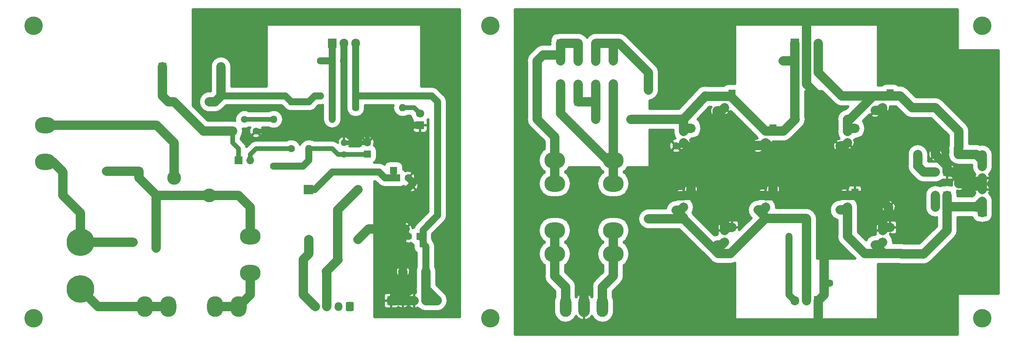
<source format=gbr>
G04 #@! TF.GenerationSoftware,KiCad,Pcbnew,5.0.1-33cea8e~68~ubuntu16.04.1*
G04 #@! TF.CreationDate,2018-10-23T23:14:49+02:00*
G04 #@! TF.ProjectId,mixersupply,6D69786572737570706C792E6B696361,1*
G04 #@! TF.SameCoordinates,Original*
G04 #@! TF.FileFunction,Copper,L2,Bot,Signal*
G04 #@! TF.FilePolarity,Positive*
%FSLAX46Y46*%
G04 Gerber Fmt 4.6, Leading zero omitted, Abs format (unit mm)*
G04 Created by KiCad (PCBNEW 5.0.1-33cea8e~68~ubuntu16.04.1) date Di 23 Okt 2018 23:14:49 CEST*
%MOMM*%
%LPD*%
G01*
G04 APERTURE LIST*
G04 #@! TA.AperFunction,ComponentPad*
%ADD10C,1.500000*%
G04 #@! TD*
G04 #@! TA.AperFunction,ComponentPad*
%ADD11R,1.500000X1.500000*%
G04 #@! TD*
G04 #@! TA.AperFunction,ComponentPad*
%ADD12C,1.600000*%
G04 #@! TD*
G04 #@! TA.AperFunction,ComponentPad*
%ADD13O,1.600000X1.600000*%
G04 #@! TD*
G04 #@! TA.AperFunction,Conductor*
%ADD14C,0.100000*%
G04 #@! TD*
G04 #@! TA.AperFunction,ComponentPad*
%ADD15C,1.700000*%
G04 #@! TD*
G04 #@! TA.AperFunction,ComponentPad*
%ADD16O,1.700000X1.950000*%
G04 #@! TD*
G04 #@! TA.AperFunction,ComponentPad*
%ADD17C,1.400000*%
G04 #@! TD*
G04 #@! TA.AperFunction,ComponentPad*
%ADD18O,1.400000X1.400000*%
G04 #@! TD*
G04 #@! TA.AperFunction,ComponentPad*
%ADD19R,1.905000X2.000000*%
G04 #@! TD*
G04 #@! TA.AperFunction,ComponentPad*
%ADD20O,1.905000X2.000000*%
G04 #@! TD*
G04 #@! TA.AperFunction,ComponentPad*
%ADD21C,6.000000*%
G04 #@! TD*
G04 #@! TA.AperFunction,ComponentPad*
%ADD22C,2.000000*%
G04 #@! TD*
G04 #@! TA.AperFunction,ComponentPad*
%ADD23C,3.000000*%
G04 #@! TD*
G04 #@! TA.AperFunction,ComponentPad*
%ADD24R,1.600000X1.600000*%
G04 #@! TD*
G04 #@! TA.AperFunction,ComponentPad*
%ADD25O,4.500000X3.500000*%
G04 #@! TD*
G04 #@! TA.AperFunction,ComponentPad*
%ADD26R,2.000000X2.000000*%
G04 #@! TD*
G04 #@! TA.AperFunction,ComponentPad*
%ADD27R,1.800000X1.800000*%
G04 #@! TD*
G04 #@! TA.AperFunction,ComponentPad*
%ADD28C,1.800000*%
G04 #@! TD*
G04 #@! TA.AperFunction,ComponentPad*
%ADD29R,1.700000X1.700000*%
G04 #@! TD*
G04 #@! TA.AperFunction,ComponentPad*
%ADD30O,1.700000X1.700000*%
G04 #@! TD*
G04 #@! TA.AperFunction,ComponentPad*
%ADD31O,1.800000X1.800000*%
G04 #@! TD*
G04 #@! TA.AperFunction,ComponentPad*
%ADD32O,3.500000X4.500000*%
G04 #@! TD*
G04 #@! TA.AperFunction,ComponentPad*
%ADD33O,1.950000X1.700000*%
G04 #@! TD*
G04 #@! TA.AperFunction,ComponentPad*
%ADD34O,2.500000X4.500000*%
G04 #@! TD*
G04 #@! TA.AperFunction,ViaPad*
%ADD35C,4.000000*%
G04 #@! TD*
G04 #@! TA.AperFunction,ViaPad*
%ADD36C,1.000000*%
G04 #@! TD*
G04 #@! TA.AperFunction,Conductor*
%ADD37C,2.000000*%
G04 #@! TD*
G04 #@! TA.AperFunction,Conductor*
%ADD38C,1.000000*%
G04 #@! TD*
G04 #@! TA.AperFunction,Conductor*
%ADD39C,1.500000*%
G04 #@! TD*
G04 #@! TA.AperFunction,Conductor*
%ADD40C,0.500000*%
G04 #@! TD*
G04 APERTURE END LIST*
D10*
G04 #@! TO.P,Q1,2*
G04 #@! TO.N,Net-(Q1-Pad2)*
X63500000Y-38100000D03*
G04 #@! TO.P,Q1,3*
G04 #@! TO.N,GNDD*
X66040000Y-40640000D03*
D11*
G04 #@! TO.P,Q1,1*
G04 #@! TO.N,Net-(D5-Pad1)*
X60960000Y-40640000D03*
G04 #@! TD*
D12*
G04 #@! TO.P,C1,2*
G04 #@! TO.N,/5VAC_1*
X81280000Y-71120000D03*
G04 #@! TO.P,C1,1*
G04 #@! TO.N,/5VAC_2*
X76280000Y-71120000D03*
G04 #@! TD*
D13*
G04 #@! TO.P,RLED_PWR1,2*
G04 #@! TO.N,+5V*
X73660000Y-34290000D03*
D12*
G04 #@! TO.P,RLED_PWR1,1*
G04 #@! TO.N,Net-(J3-Pad2)*
X73660000Y-44450000D03*
G04 #@! TD*
D14*
G04 #@! TO.N,GNDD*
G04 #@! TO.C,J4*
G36*
X95954504Y-76496204D02*
X95978773Y-76499804D01*
X96002571Y-76505765D01*
X96025671Y-76514030D01*
X96047849Y-76524520D01*
X96068893Y-76537133D01*
X96088598Y-76551747D01*
X96106777Y-76568223D01*
X96123253Y-76586402D01*
X96137867Y-76606107D01*
X96150480Y-76627151D01*
X96160970Y-76649329D01*
X96169235Y-76672429D01*
X96175196Y-76696227D01*
X96178796Y-76720496D01*
X96180000Y-76745000D01*
X96180000Y-78195000D01*
X96178796Y-78219504D01*
X96175196Y-78243773D01*
X96169235Y-78267571D01*
X96160970Y-78290671D01*
X96150480Y-78312849D01*
X96137867Y-78333893D01*
X96123253Y-78353598D01*
X96106777Y-78371777D01*
X96088598Y-78388253D01*
X96068893Y-78402867D01*
X96047849Y-78415480D01*
X96025671Y-78425970D01*
X96002571Y-78434235D01*
X95978773Y-78440196D01*
X95954504Y-78443796D01*
X95930000Y-78445000D01*
X94730000Y-78445000D01*
X94705496Y-78443796D01*
X94681227Y-78440196D01*
X94657429Y-78434235D01*
X94634329Y-78425970D01*
X94612151Y-78415480D01*
X94591107Y-78402867D01*
X94571402Y-78388253D01*
X94553223Y-78371777D01*
X94536747Y-78353598D01*
X94522133Y-78333893D01*
X94509520Y-78312849D01*
X94499030Y-78290671D01*
X94490765Y-78267571D01*
X94484804Y-78243773D01*
X94481204Y-78219504D01*
X94480000Y-78195000D01*
X94480000Y-76745000D01*
X94481204Y-76720496D01*
X94484804Y-76696227D01*
X94490765Y-76672429D01*
X94499030Y-76649329D01*
X94509520Y-76627151D01*
X94522133Y-76606107D01*
X94536747Y-76586402D01*
X94553223Y-76568223D01*
X94571402Y-76551747D01*
X94591107Y-76537133D01*
X94612151Y-76524520D01*
X94634329Y-76514030D01*
X94657429Y-76505765D01*
X94681227Y-76499804D01*
X94705496Y-76496204D01*
X94730000Y-76495000D01*
X95930000Y-76495000D01*
X95954504Y-76496204D01*
X95954504Y-76496204D01*
G37*
D15*
G04 #@! TD*
G04 #@! TO.P,J4,1*
G04 #@! TO.N,GNDD*
X95330000Y-77470000D03*
D16*
G04 #@! TO.P,J4,2*
G04 #@! TO.N,GNDD*
X97830000Y-77470000D03*
G04 #@! TO.P,J4,3*
X100330000Y-77470000D03*
G04 #@! TO.P,J4,4*
G04 #@! TO.N,+5V*
X102830000Y-77470000D03*
G04 #@! TO.P,J4,5*
X105330000Y-77470000D03*
G04 #@! TD*
D17*
G04 #@! TO.P,R5,1*
G04 #@! TO.N,Net-(C10-Pad1)*
X85090000Y-45720000D03*
D18*
G04 #@! TO.P,R5,2*
G04 #@! TO.N,GNDD*
X85090000Y-43180000D03*
G04 #@! TD*
D14*
G04 #@! TO.N,N/C*
G04 #@! TO.C,J8*
G36*
X86984504Y-77766204D02*
X87008773Y-77769804D01*
X87032571Y-77775765D01*
X87055671Y-77784030D01*
X87077849Y-77794520D01*
X87098893Y-77807133D01*
X87118598Y-77821747D01*
X87136777Y-77838223D01*
X87153253Y-77856402D01*
X87167867Y-77876107D01*
X87180480Y-77897151D01*
X87190970Y-77919329D01*
X87199235Y-77942429D01*
X87205196Y-77966227D01*
X87208796Y-77990496D01*
X87210000Y-78015000D01*
X87210000Y-79465000D01*
X87208796Y-79489504D01*
X87205196Y-79513773D01*
X87199235Y-79537571D01*
X87190970Y-79560671D01*
X87180480Y-79582849D01*
X87167867Y-79603893D01*
X87153253Y-79623598D01*
X87136777Y-79641777D01*
X87118598Y-79658253D01*
X87098893Y-79672867D01*
X87077849Y-79685480D01*
X87055671Y-79695970D01*
X87032571Y-79704235D01*
X87008773Y-79710196D01*
X86984504Y-79713796D01*
X86960000Y-79715000D01*
X85760000Y-79715000D01*
X85735496Y-79713796D01*
X85711227Y-79710196D01*
X85687429Y-79704235D01*
X85664329Y-79695970D01*
X85642151Y-79685480D01*
X85621107Y-79672867D01*
X85601402Y-79658253D01*
X85583223Y-79641777D01*
X85566747Y-79623598D01*
X85552133Y-79603893D01*
X85539520Y-79582849D01*
X85529030Y-79560671D01*
X85520765Y-79537571D01*
X85514804Y-79513773D01*
X85511204Y-79489504D01*
X85510000Y-79465000D01*
X85510000Y-78015000D01*
X85511204Y-77990496D01*
X85514804Y-77966227D01*
X85520765Y-77942429D01*
X85529030Y-77919329D01*
X85539520Y-77897151D01*
X85552133Y-77876107D01*
X85566747Y-77856402D01*
X85583223Y-77838223D01*
X85601402Y-77821747D01*
X85621107Y-77807133D01*
X85642151Y-77794520D01*
X85664329Y-77784030D01*
X85687429Y-77775765D01*
X85711227Y-77769804D01*
X85735496Y-77766204D01*
X85760000Y-77765000D01*
X86960000Y-77765000D01*
X86984504Y-77766204D01*
X86984504Y-77766204D01*
G37*
D15*
G04 #@! TD*
G04 #@! TO.P,J8,1*
G04 #@! TO.N,N/C*
X86360000Y-78740000D03*
D16*
G04 #@! TO.P,J8,2*
G04 #@! TO.N,N/C*
X83860000Y-78740000D03*
G04 #@! TO.P,J8,3*
G04 #@! TO.N,/5VAC_1*
X81360000Y-78740000D03*
G04 #@! TO.P,J8,4*
G04 #@! TO.N,/5VAC_2*
X78860000Y-78740000D03*
G04 #@! TD*
D19*
G04 #@! TO.P,U1,1*
G04 #@! TO.N,Net-(Cl1-Pad1)*
X82550000Y-21590000D03*
D20*
G04 #@! TO.P,U1,2*
G04 #@! TO.N,GNDD*
X85090000Y-21590000D03*
G04 #@! TO.P,U1,3*
G04 #@! TO.N,+5V*
X87630000Y-21590000D03*
G04 #@! TD*
D21*
G04 #@! TO.P,J1,1*
G04 #@! TO.N,Net-(F1-Pad1)*
X27940000Y-74930000D03*
G04 #@! TO.P,J1,2*
G04 #@! TO.N,Net-(J1-Pad2)*
X27940000Y-64770000D03*
G04 #@! TD*
D22*
G04 #@! TO.P,TH1,1*
G04 #@! TO.N,Net-(C25-Pad1)*
X33610000Y-49370000D03*
G04 #@! TO.P,TH1,2*
G04 #@! TO.N,Net-(C25-Pad2)*
X35560000Y-39370000D03*
G04 #@! TD*
D12*
G04 #@! TO.P,RV1,1*
G04 #@! TO.N,Net-(C25-Pad1)*
X44370000Y-66040000D03*
G04 #@! TO.P,RV1,2*
G04 #@! TO.N,Net-(J1-Pad2)*
X39370000Y-64740000D03*
G04 #@! TD*
D22*
G04 #@! TO.P,K1,A1*
G04 #@! TO.N,+5V*
X55880000Y-34290000D03*
G04 #@! TO.P,K1,A2*
G04 #@! TO.N,Net-(D5-Pad1)*
X48260000Y-34290000D03*
D23*
G04 #@! TO.P,K1,11*
G04 #@! TO.N,Net-(C25-Pad2)*
X48260000Y-50800000D03*
G04 #@! TO.P,K1,14*
G04 #@! TO.N,Net-(C25-Pad1)*
X55880000Y-54610000D03*
G04 #@! TD*
D12*
G04 #@! TO.P,Cl1,2*
G04 #@! TO.N,GNDD*
X99690937Y-52400000D03*
D24*
G04 #@! TO.P,Cl1,1*
G04 #@! TO.N,Net-(Cl1-Pad1)*
X95849063Y-49200000D03*
D12*
G04 #@! TO.P,Cl1,2*
G04 #@! TO.N,GNDD*
X99020000Y-50800000D03*
D24*
G04 #@! TO.P,Cl1,1*
G04 #@! TO.N,Net-(Cl1-Pad1)*
X96520000Y-50800000D03*
G04 #@! TD*
D25*
G04 #@! TO.P,J2,2*
G04 #@! TO.N,Net-(F1-Pad2)*
X64770000Y-71500000D03*
G04 #@! TO.P,J2,1*
G04 #@! TO.N,Net-(C25-Pad1)*
X64770000Y-63500000D03*
G04 #@! TD*
D12*
G04 #@! TO.P,R1,1*
G04 #@! TO.N,Net-(C10-Pad1)*
X69850000Y-48260000D03*
D13*
G04 #@! TO.P,R1,2*
G04 #@! TO.N,Net-(Q1-Pad2)*
X69850000Y-38100000D03*
G04 #@! TD*
D12*
G04 #@! TO.P,Cl2,1*
G04 #@! TO.N,Net-(Cl1-Pad1)*
X80010000Y-25400000D03*
G04 #@! TO.P,Cl2,2*
G04 #@! TO.N,GNDD*
X85010000Y-25400000D03*
G04 #@! TD*
D22*
G04 #@! TO.P,DB9V1,3*
G04 #@! TO.N,GNDD*
X88170000Y-64140000D03*
G04 #@! TO.P,DB9V1,4*
G04 #@! TO.N,/5VAC_1*
X88170000Y-53340000D03*
D26*
G04 #@! TO.P,DB9V1,1*
G04 #@! TO.N,Net-(Cl1-Pad1)*
X77370000Y-53340000D03*
D22*
G04 #@! TO.P,DB9V1,2*
G04 #@! TO.N,/5VAC_2*
X77470000Y-64140000D03*
G04 #@! TD*
D24*
G04 #@! TO.P,Cl3,1*
G04 #@! TO.N,+5V*
X101560000Y-63500000D03*
D12*
G04 #@! TO.P,Cl3,2*
G04 #@! TO.N,GNDD*
X99060000Y-63500000D03*
D24*
G04 #@! TO.P,Cl3,1*
G04 #@! TO.N,+5V*
X102230937Y-65100000D03*
D12*
G04 #@! TO.P,Cl3,2*
G04 #@! TO.N,GNDD*
X98389063Y-61900000D03*
G04 #@! TD*
D25*
G04 #@! TO.P,J6,1*
G04 #@! TO.N,Net-(J1-Pad2)*
X20320000Y-47370000D03*
G04 #@! TO.P,J6,2*
G04 #@! TO.N,Net-(C25-Pad2)*
X20320000Y-39370000D03*
G04 #@! TD*
D12*
G04 #@! TO.P,Cl4,2*
G04 #@! TO.N,GNDD*
X97870000Y-71120000D03*
G04 #@! TO.P,Cl4,1*
G04 #@! TO.N,+5V*
X102870000Y-71120000D03*
G04 #@! TD*
D13*
G04 #@! TO.P,RLED_5V1,2*
G04 #@! TO.N,Net-(DLED_5V1-Pad2)*
X97790000Y-35560000D03*
D12*
G04 #@! TO.P,RLED_5V1,1*
G04 #@! TO.N,+5V*
X87630000Y-35560000D03*
G04 #@! TD*
G04 #@! TO.P,R2,1*
G04 #@! TO.N,+5V*
X77470000Y-34290000D03*
D13*
G04 #@! TO.P,R2,2*
G04 #@! TO.N,Net-(C10-Pad1)*
X77470000Y-44450000D03*
G04 #@! TD*
D27*
G04 #@! TO.P,DLED_5V1,1*
G04 #@! TO.N,GNDD*
X101600000Y-39370000D03*
D28*
G04 #@! TO.P,DLED_5V1,2*
G04 #@! TO.N,Net-(DLED_5V1-Pad2)*
X101600000Y-36830000D03*
G04 #@! TD*
D24*
G04 #@! TO.P,C10,1*
G04 #@! TO.N,Net-(C10-Pad1)*
X90170000Y-45640000D03*
D12*
G04 #@! TO.P,C10,2*
G04 #@! TO.N,GNDD*
X90170000Y-43140000D03*
G04 #@! TD*
D29*
G04 #@! TO.P,J3,1*
G04 #@! TO.N,Net-(D5-Pad1)*
X62230000Y-46990000D03*
D30*
G04 #@! TO.P,J3,2*
G04 #@! TO.N,Net-(J3-Pad2)*
X64770000Y-46990000D03*
G04 #@! TD*
D22*
G04 #@! TO.P,C25,1*
G04 #@! TO.N,Net-(C25-Pad1)*
X40640000Y-49370000D03*
G04 #@! TO.P,C25,2*
G04 #@! TO.N,Net-(C25-Pad2)*
X40640000Y-39370000D03*
G04 #@! TD*
D27*
G04 #@! TO.P,D5,1*
G04 #@! TO.N,Net-(D5-Pad1)*
X45720000Y-26670000D03*
D31*
G04 #@! TO.P,D5,2*
G04 #@! TO.N,+5V*
X58420000Y-26670000D03*
G04 #@! TD*
D32*
G04 #@! TO.P,F1,2*
G04 #@! TO.N,Net-(F1-Pad2)*
X62230000Y-78740000D03*
X57150000Y-78740000D03*
G04 #@! TO.P,F1,1*
G04 #@! TO.N,Net-(F1-Pad1)*
X46990000Y-78740000D03*
X41910000Y-78740000D03*
G04 #@! TD*
D27*
G04 #@! TO.P,D4,1*
G04 #@! TO.N,Net-(C3-Pad1)*
X139700000Y-34290000D03*
D31*
G04 #@! TO.P,D4,2*
G04 #@! TO.N,Net-(C4-Pad1)*
X139700000Y-21590000D03*
G04 #@! TD*
D12*
G04 #@! TO.P,Cp3,2*
G04 #@! TO.N,GNDA*
X166040000Y-36270937D03*
D24*
G04 #@! TO.P,Cp3,1*
G04 #@! TO.N,Net-(C3-Pad1)*
X169240000Y-32429063D03*
D12*
G04 #@! TO.P,Cp3,2*
G04 #@! TO.N,GNDA*
X167640000Y-35600000D03*
D24*
G04 #@! TO.P,Cp3,1*
G04 #@! TO.N,Net-(C3-Pad1)*
X167640000Y-33100000D03*
G04 #@! TD*
D20*
G04 #@! TO.P,U2,3*
G04 #@! TO.N,+15V*
X187960000Y-21590000D03*
G04 #@! TO.P,U2,2*
G04 #@! TO.N,GNDA*
X185420000Y-21590000D03*
D19*
G04 #@! TO.P,U2,1*
G04 #@! TO.N,Net-(C3-Pad1)*
X182880000Y-21590000D03*
G04 #@! TD*
D12*
G04 #@! TO.P,C2,1*
G04 #@! TO.N,Net-(C2-Pad1)*
X132080000Y-25400000D03*
G04 #@! TO.P,C2,2*
G04 #@! TO.N,Net-(C2-Pad2)*
X132080000Y-30400000D03*
G04 #@! TD*
D19*
G04 #@! TO.P,U3,1*
G04 #@! TO.N,GNDA*
X187960000Y-77470000D03*
D20*
G04 #@! TO.P,U3,2*
G04 #@! TO.N,Net-(C4-Pad1)*
X185420000Y-77470000D03*
G04 #@! TO.P,U3,3*
G04 #@! TO.N,-15V*
X182880000Y-77470000D03*
G04 #@! TD*
D12*
G04 #@! TO.P,Cn4,1*
G04 #@! TO.N,GNDA*
X190420000Y-73660000D03*
G04 #@! TO.P,Cn4,2*
G04 #@! TO.N,Net-(C4-Pad1)*
X185420000Y-73660000D03*
G04 #@! TD*
D14*
G04 #@! TO.N,-15V*
G04 #@! TO.C,J5*
G36*
X224269504Y-57491204D02*
X224293773Y-57494804D01*
X224317571Y-57500765D01*
X224340671Y-57509030D01*
X224362849Y-57519520D01*
X224383893Y-57532133D01*
X224403598Y-57546747D01*
X224421777Y-57563223D01*
X224438253Y-57581402D01*
X224452867Y-57601107D01*
X224465480Y-57622151D01*
X224475970Y-57644329D01*
X224484235Y-57667429D01*
X224490196Y-57691227D01*
X224493796Y-57715496D01*
X224495000Y-57740000D01*
X224495000Y-58940000D01*
X224493796Y-58964504D01*
X224490196Y-58988773D01*
X224484235Y-59012571D01*
X224475970Y-59035671D01*
X224465480Y-59057849D01*
X224452867Y-59078893D01*
X224438253Y-59098598D01*
X224421777Y-59116777D01*
X224403598Y-59133253D01*
X224383893Y-59147867D01*
X224362849Y-59160480D01*
X224340671Y-59170970D01*
X224317571Y-59179235D01*
X224293773Y-59185196D01*
X224269504Y-59188796D01*
X224245000Y-59190000D01*
X222795000Y-59190000D01*
X222770496Y-59188796D01*
X222746227Y-59185196D01*
X222722429Y-59179235D01*
X222699329Y-59170970D01*
X222677151Y-59160480D01*
X222656107Y-59147867D01*
X222636402Y-59133253D01*
X222618223Y-59116777D01*
X222601747Y-59098598D01*
X222587133Y-59078893D01*
X222574520Y-59057849D01*
X222564030Y-59035671D01*
X222555765Y-59012571D01*
X222549804Y-58988773D01*
X222546204Y-58964504D01*
X222545000Y-58940000D01*
X222545000Y-57740000D01*
X222546204Y-57715496D01*
X222549804Y-57691227D01*
X222555765Y-57667429D01*
X222564030Y-57644329D01*
X222574520Y-57622151D01*
X222587133Y-57601107D01*
X222601747Y-57581402D01*
X222618223Y-57563223D01*
X222636402Y-57546747D01*
X222656107Y-57532133D01*
X222677151Y-57519520D01*
X222699329Y-57509030D01*
X222722429Y-57500765D01*
X222746227Y-57494804D01*
X222770496Y-57491204D01*
X222795000Y-57490000D01*
X224245000Y-57490000D01*
X224269504Y-57491204D01*
X224269504Y-57491204D01*
G37*
D15*
G04 #@! TD*
G04 #@! TO.P,J5,1*
G04 #@! TO.N,-15V*
X223520000Y-58340000D03*
D33*
G04 #@! TO.P,J5,2*
G04 #@! TO.N,-15V*
X223520000Y-55840000D03*
G04 #@! TO.P,J5,3*
G04 #@! TO.N,GNDA*
X223520000Y-53340000D03*
G04 #@! TO.P,J5,4*
X223520000Y-50840000D03*
G04 #@! TO.P,J5,5*
G04 #@! TO.N,+15V*
X223520000Y-48340000D03*
G04 #@! TO.P,J5,6*
X223520000Y-45840000D03*
G04 #@! TD*
D24*
G04 #@! TO.P,Cp5,1*
G04 #@! TO.N,+15V*
X194310000Y-40720000D03*
D12*
G04 #@! TO.P,Cp5,2*
G04 #@! TO.N,GNDA*
X194310000Y-43220000D03*
D24*
G04 #@! TO.P,Cp5,1*
G04 #@! TO.N,+15V*
X195910000Y-40049063D03*
D12*
G04 #@! TO.P,Cp5,2*
G04 #@! TO.N,GNDA*
X192710000Y-43890937D03*
G04 #@! TD*
D24*
G04 #@! TO.P,Cp6,1*
G04 #@! TO.N,+15V*
X201930000Y-33020000D03*
D12*
G04 #@! TO.P,Cp6,2*
G04 #@! TO.N,GNDA*
X201930000Y-35520000D03*
D24*
G04 #@! TO.P,Cp6,1*
G04 #@! TO.N,+15V*
X203530000Y-32349063D03*
D12*
G04 #@! TO.P,Cp6,2*
G04 #@! TO.N,GNDA*
X200330000Y-36190937D03*
G04 #@! TD*
D24*
G04 #@! TO.P,Cp2,1*
G04 #@! TO.N,Net-(C3-Pad1)*
X176530000Y-40640000D03*
D12*
G04 #@! TO.P,Cp2,2*
G04 #@! TO.N,GNDA*
X176530000Y-43140000D03*
D24*
G04 #@! TO.P,Cp2,1*
G04 #@! TO.N,Net-(C3-Pad1)*
X178130000Y-39969063D03*
D12*
G04 #@! TO.P,Cp2,2*
G04 #@! TO.N,GNDA*
X174930000Y-43810937D03*
G04 #@! TD*
G04 #@! TO.P,C5,2*
G04 #@! TO.N,Net-(C4-Pad1)*
X139700000Y-25480000D03*
G04 #@! TO.P,C5,1*
G04 #@! TO.N,Net-(C3-Pad1)*
X139700000Y-30480000D03*
G04 #@! TD*
G04 #@! TO.P,Cp7,1*
G04 #@! TO.N,+15V*
X218360000Y-45720000D03*
G04 #@! TO.P,Cp7,2*
G04 #@! TO.N,GNDA*
X213360000Y-45720000D03*
G04 #@! TD*
G04 #@! TO.P,Cp4,2*
G04 #@! TO.N,GNDA*
X185340000Y-25400000D03*
G04 #@! TO.P,Cp4,1*
G04 #@! TO.N,Net-(C3-Pad1)*
X180340000Y-25400000D03*
G04 #@! TD*
D25*
G04 #@! TO.P,F3,2*
G04 #@! TO.N,Net-(F3-Pad2)*
X143510000Y-67310000D03*
X143510000Y-62230000D03*
G04 #@! TO.P,F3,1*
G04 #@! TO.N,Net-(C2-Pad2)*
X143510000Y-52070000D03*
X143510000Y-46990000D03*
G04 #@! TD*
D34*
G04 #@! TO.P,J7,1*
G04 #@! TO.N,Net-(F3-Pad2)*
X141160000Y-78740000D03*
G04 #@! TO.P,J7,2*
G04 #@! TO.N,GNDA*
X137160000Y-78740000D03*
G04 #@! TO.P,J7,3*
G04 #@! TO.N,Net-(F2-Pad2)*
X133160000Y-78740000D03*
G04 #@! TD*
D27*
G04 #@! TO.P,DLED_+12V1,1*
G04 #@! TO.N,GNDA*
X215900000Y-49530000D03*
D28*
G04 #@! TO.P,DLED_+12V1,2*
G04 #@! TO.N,Net-(DLED_+12V1-Pad2)*
X213360000Y-49530000D03*
G04 #@! TD*
D12*
G04 #@! TO.P,Cn6,2*
G04 #@! TO.N,-15V*
X200330000Y-65400937D03*
D24*
G04 #@! TO.P,Cn6,1*
G04 #@! TO.N,GNDA*
X203530000Y-61559063D03*
D12*
G04 #@! TO.P,Cn6,2*
G04 #@! TO.N,-15V*
X201930000Y-64730000D03*
D24*
G04 #@! TO.P,Cn6,1*
G04 #@! TO.N,GNDA*
X201930000Y-62230000D03*
G04 #@! TD*
D13*
G04 #@! TO.P,R3,2*
G04 #@! TO.N,Net-(DLED_+12V1-Pad2)*
X209550000Y-45720000D03*
D12*
G04 #@! TO.P,R3,1*
G04 #@! TO.N,+15V*
X209550000Y-35560000D03*
G04 #@! TD*
D28*
G04 #@! TO.P,DLED_-12V1,2*
G04 #@! TO.N,Net-(DLED_-12V1-Pad2)*
X213360000Y-54610000D03*
D27*
G04 #@! TO.P,DLED_-12V1,1*
G04 #@! TO.N,-15V*
X215900000Y-54610000D03*
G04 #@! TD*
D12*
G04 #@! TO.P,R4,1*
G04 #@! TO.N,GNDA*
X203200000Y-57150000D03*
D13*
G04 #@! TO.P,R4,2*
G04 #@! TO.N,Net-(DLED_-12V1-Pad2)*
X213360000Y-57150000D03*
G04 #@! TD*
D25*
G04 #@! TO.P,F2,1*
G04 #@! TO.N,Net-(C2-Pad1)*
X130810000Y-46990000D03*
X130810000Y-52070000D03*
G04 #@! TO.P,F2,2*
G04 #@! TO.N,Net-(F2-Pad2)*
X130810000Y-62230000D03*
X130810000Y-67310000D03*
G04 #@! TD*
D24*
G04 #@! TO.P,Cn1,1*
G04 #@! TO.N,GNDA*
X158750000Y-54690000D03*
D12*
G04 #@! TO.P,Cn1,2*
G04 #@! TO.N,Net-(C4-Pad1)*
X158750000Y-57190000D03*
D24*
G04 #@! TO.P,Cn1,1*
G04 #@! TO.N,GNDA*
X160350000Y-54019063D03*
D12*
G04 #@! TO.P,Cn1,2*
G04 #@! TO.N,Net-(C4-Pad1)*
X157150000Y-57860937D03*
G04 #@! TD*
D31*
G04 #@! TO.P,D2,2*
G04 #@! TO.N,Net-(C2-Pad1)*
X135890000Y-21590000D03*
D27*
G04 #@! TO.P,D2,1*
G04 #@! TO.N,Net-(C3-Pad1)*
X135890000Y-34290000D03*
G04 #@! TD*
D12*
G04 #@! TO.P,Cn3,2*
G04 #@! TO.N,Net-(C4-Pad1)*
X166040000Y-65400937D03*
D24*
G04 #@! TO.P,Cn3,1*
G04 #@! TO.N,GNDA*
X169240000Y-61559063D03*
D12*
G04 #@! TO.P,Cn3,2*
G04 #@! TO.N,Net-(C4-Pad1)*
X167640000Y-64730000D03*
D24*
G04 #@! TO.P,Cn3,1*
G04 #@! TO.N,GNDA*
X167640000Y-62230000D03*
G04 #@! TD*
D12*
G04 #@! TO.P,Cp1,2*
G04 #@! TO.N,GNDA*
X157150000Y-43850937D03*
D24*
G04 #@! TO.P,Cp1,1*
G04 #@! TO.N,Net-(C3-Pad1)*
X160350000Y-40009063D03*
D12*
G04 #@! TO.P,Cp1,2*
G04 #@! TO.N,GNDA*
X158750000Y-43180000D03*
D24*
G04 #@! TO.P,Cp1,1*
G04 #@! TO.N,Net-(C3-Pad1)*
X158750000Y-40680000D03*
G04 #@! TD*
D27*
G04 #@! TO.P,D3,1*
G04 #@! TO.N,Net-(C4-Pad1)*
X143510000Y-21590000D03*
D31*
G04 #@! TO.P,D3,2*
G04 #@! TO.N,Net-(C2-Pad2)*
X143510000Y-34290000D03*
G04 #@! TD*
D12*
G04 #@! TO.P,C4,1*
G04 #@! TO.N,Net-(C4-Pad1)*
X143510000Y-25400000D03*
G04 #@! TO.P,C4,2*
G04 #@! TO.N,Net-(C2-Pad2)*
X143510000Y-30400000D03*
G04 #@! TD*
D24*
G04 #@! TO.P,Cn2,1*
G04 #@! TO.N,GNDA*
X176530000Y-54610000D03*
D12*
G04 #@! TO.P,Cn2,2*
G04 #@! TO.N,Net-(C4-Pad1)*
X176530000Y-57110000D03*
D24*
G04 #@! TO.P,Cn2,1*
G04 #@! TO.N,GNDA*
X178130000Y-53939063D03*
D12*
G04 #@! TO.P,Cn2,2*
G04 #@! TO.N,Net-(C4-Pad1)*
X174930000Y-57780937D03*
G04 #@! TD*
D31*
G04 #@! TO.P,D1,2*
G04 #@! TO.N,Net-(C2-Pad2)*
X132080000Y-34290000D03*
D27*
G04 #@! TO.P,D1,1*
G04 #@! TO.N,Net-(C2-Pad1)*
X132080000Y-21590000D03*
G04 #@! TD*
D24*
G04 #@! TO.P,Cn5,1*
G04 #@! TO.N,GNDA*
X194310000Y-54610000D03*
D12*
G04 #@! TO.P,Cn5,2*
G04 #@! TO.N,-15V*
X194310000Y-57110000D03*
D24*
G04 #@! TO.P,Cn5,1*
G04 #@! TO.N,GNDA*
X195910000Y-53939063D03*
D12*
G04 #@! TO.P,Cn5,2*
G04 #@! TO.N,-15V*
X192710000Y-57780937D03*
G04 #@! TD*
G04 #@! TO.P,Cn7,2*
G04 #@! TO.N,-15V*
X218440000Y-57070000D03*
G04 #@! TO.P,Cn7,1*
G04 #@! TO.N,GNDA*
X218440000Y-52070000D03*
G04 #@! TD*
G04 #@! TO.P,C3,2*
G04 #@! TO.N,Net-(C2-Pad1)*
X135890000Y-25480000D03*
G04 #@! TO.P,C3,1*
G04 #@! TO.N,Net-(C3-Pad1)*
X135890000Y-30480000D03*
G04 #@! TD*
D35*
G04 #@! TO.N,*
X116840000Y-81280000D03*
X116840000Y-17780000D03*
X223520000Y-17780000D03*
X223520000Y-81280000D03*
X17780000Y-17780000D03*
X17780000Y-81280000D03*
D36*
G04 #@! TO.N,+5V*
X80010000Y-33020000D03*
X87630000Y-33020000D03*
G04 #@! TO.N,Net-(C3-Pad1)*
X147320000Y-38100000D03*
X139700000Y-38100000D03*
G04 #@! TO.N,Net-(C4-Pad1)*
X151130000Y-31750000D03*
X151130000Y-59690000D03*
G04 #@! TO.N,Net-(Cl1-Pad1)*
X82550000Y-49530000D03*
X82550000Y-38100000D03*
G04 #@! TO.N,-15V*
X181610000Y-63500000D03*
X194310000Y-63500000D03*
G04 #@! TD*
D37*
G04 #@! TO.N,Net-(C2-Pad1)*
X130810000Y-41910000D02*
X127000000Y-38100000D01*
X130810000Y-46990000D02*
X130810000Y-41910000D01*
X132080000Y-24130000D02*
X132080000Y-21590000D01*
X132080000Y-25400000D02*
X132080000Y-24130000D01*
X127000000Y-38100000D02*
X127000000Y-25400000D01*
X127000000Y-25400000D02*
X128270000Y-24130000D01*
X128270000Y-24130000D02*
X132080000Y-24130000D01*
X135890000Y-21590000D02*
X132080000Y-21590000D01*
X135890000Y-21590000D02*
X135890000Y-25480000D01*
X130810000Y-52070000D02*
X130810000Y-46990000D01*
G04 #@! TO.N,Net-(C2-Pad2)*
X143510000Y-46990000D02*
X142240000Y-46990000D01*
X142240000Y-46990000D02*
X132080000Y-36830000D01*
X132080000Y-36830000D02*
X132080000Y-34290000D01*
X143510000Y-46990000D02*
X143510000Y-34290000D01*
X143510000Y-34290000D02*
X143510000Y-30400000D01*
X132080000Y-30400000D02*
X132080000Y-34290000D01*
X143510000Y-52070000D02*
X143510000Y-46990000D01*
D38*
G04 #@! TO.N,GNDD*
X90170000Y-43140000D02*
X90170000Y-40640000D01*
D39*
X90170000Y-40640000D02*
X98980000Y-40640000D01*
D37*
X97870000Y-71120000D02*
X97870000Y-74930000D01*
X95330000Y-77470000D02*
X97870000Y-74930000D01*
X97870000Y-74930000D02*
X97870000Y-77430000D01*
X97830000Y-77470000D02*
X100330000Y-77470000D01*
X95330000Y-77470000D02*
X97830000Y-77470000D01*
X97870000Y-77430000D02*
X97830000Y-77470000D01*
D39*
X85090000Y-21590000D02*
X85090000Y-36830000D01*
X97870000Y-71120000D02*
X97870000Y-62419063D01*
X97870000Y-62419063D02*
X98389063Y-61900000D01*
X98389063Y-61900000D02*
X98389063Y-62829063D01*
X98389063Y-62829063D02*
X99060000Y-63500000D01*
D37*
X88170000Y-64140000D02*
X90410000Y-61900000D01*
X90410000Y-61900000D02*
X98389063Y-61900000D01*
D39*
X99690937Y-52400000D02*
X97790000Y-54300937D01*
X97790000Y-54300937D02*
X97790000Y-61300937D01*
X97790000Y-61300937D02*
X98389063Y-61900000D01*
X101520000Y-50570937D02*
X100330000Y-51760937D01*
X99020000Y-50800000D02*
X99980937Y-51760937D01*
X100330000Y-51760937D02*
X99690937Y-52400000D01*
X99980937Y-51760937D02*
X100330000Y-51760937D01*
X101520000Y-43180000D02*
X101520000Y-50570937D01*
X88900000Y-40640000D02*
X90170000Y-40640000D01*
D38*
X90170000Y-43140000D02*
X85130000Y-43140000D01*
X85130000Y-43140000D02*
X85090000Y-43180000D01*
D39*
X101600000Y-39370000D02*
X99700000Y-39370000D01*
X98980000Y-40090000D02*
X98980000Y-40640000D01*
X99700000Y-39370000D02*
X98980000Y-40090000D01*
X98980000Y-40640000D02*
X101520000Y-43180000D01*
X88900000Y-40640000D02*
X85090000Y-40640000D01*
D38*
X85090000Y-40640000D02*
X66040000Y-40640000D01*
D39*
X85090000Y-36830000D02*
X85090000Y-40640000D01*
D37*
G04 #@! TO.N,GNDA*
X187960000Y-77470000D02*
X187960000Y-82550000D01*
X223520000Y-52070000D02*
X223520000Y-53340000D01*
X223520000Y-50840000D02*
X223520000Y-52070000D01*
X223520000Y-52070000D02*
X218440000Y-52070000D01*
X218440000Y-52070000D02*
X218440000Y-50800000D01*
X218440000Y-50800000D02*
X217170000Y-49530000D01*
X215900000Y-49530000D02*
X217170000Y-49530000D01*
X169240000Y-61559063D02*
X168310937Y-61559063D01*
X168310937Y-61559063D02*
X167640000Y-62230000D01*
X189230000Y-76200000D02*
X189230000Y-73660000D01*
X189230000Y-73660000D02*
X189230000Y-54610000D01*
D39*
X190420000Y-73660000D02*
X189230000Y-73660000D01*
D37*
X203530000Y-61559063D02*
X202600937Y-61559063D01*
X202600937Y-61559063D02*
X201930000Y-62230000D01*
X201930000Y-38020000D02*
X201930000Y-35520000D01*
D38*
X158079063Y-43850937D02*
X158750000Y-43180000D01*
D37*
X187960000Y-38100000D02*
X187960000Y-45720000D01*
X185420000Y-30480000D02*
X187960000Y-33020000D01*
X166969063Y-36270937D02*
X167640000Y-35600000D01*
X166040000Y-36270937D02*
X166040000Y-39130010D01*
X166040000Y-39130010D02*
X160350000Y-44820010D01*
X160350000Y-54019063D02*
X160350000Y-44820010D01*
X160350000Y-44820010D02*
X158750000Y-43220010D01*
D38*
X157150000Y-43850937D02*
X158079063Y-43850937D01*
D37*
X187960000Y-33020000D02*
X187960000Y-38100000D01*
X185420000Y-21590000D02*
X185420000Y-30480000D01*
X138430000Y-57150000D02*
X147320000Y-57150000D01*
X147320000Y-57150000D02*
X149780000Y-54690000D01*
X137160000Y-58420000D02*
X138430000Y-57150000D01*
X137160000Y-78740000D02*
X137160000Y-58420000D01*
X149780000Y-54690000D02*
X158750000Y-54690000D01*
X190500000Y-52070000D02*
X187960000Y-49530000D01*
X187960000Y-49530000D02*
X187960000Y-45720000D01*
X190500000Y-54610000D02*
X190500000Y-52070000D01*
X194310000Y-54610000D02*
X190500000Y-54610000D01*
X185500000Y-54610000D02*
X185420000Y-54690000D01*
X194310000Y-54610000D02*
X200660000Y-54610000D01*
X200660000Y-54610000D02*
X203200000Y-57150000D01*
X203200000Y-58420000D02*
X201930000Y-59690000D01*
X201930000Y-59690000D02*
X201930000Y-62230000D01*
X203200000Y-57150000D02*
X203200000Y-58420000D01*
X185420000Y-54690000D02*
X176610000Y-54690000D01*
X176610000Y-54690000D02*
X176530000Y-54610000D01*
X176530000Y-54610000D02*
X167640000Y-54610000D01*
X167640000Y-54610000D02*
X158830000Y-54610000D01*
X167640000Y-62230000D02*
X167640000Y-54610000D01*
X158830000Y-54610000D02*
X158750000Y-54690000D01*
X213360000Y-45720000D02*
X215900000Y-48260000D01*
X215900000Y-48260000D02*
X215900000Y-49530000D01*
X213360000Y-44450000D02*
X210820000Y-41910000D01*
X210820000Y-41910000D02*
X201930000Y-41910000D01*
X213360000Y-45720000D02*
X213360000Y-44450000D01*
X201930000Y-41910000D02*
X198120000Y-45720000D01*
X198120000Y-45720000D02*
X194310000Y-45720000D01*
X201930000Y-38020000D02*
X201930000Y-41910000D01*
X194310000Y-45720000D02*
X187960000Y-45720000D01*
X137160000Y-78740000D02*
X137160000Y-79740000D01*
X200330000Y-36190937D02*
X201259063Y-36190937D01*
X201259063Y-36190937D02*
X201930000Y-35520000D01*
X192710000Y-43890937D02*
X194310000Y-45490937D01*
X194310000Y-45490937D02*
X194310000Y-45720000D01*
X192710000Y-43890937D02*
X193639063Y-43890937D01*
X193639063Y-43890937D02*
X194310000Y-43220000D01*
X190500000Y-54610000D02*
X189230000Y-54610000D01*
X189230000Y-54610000D02*
X185500000Y-54610000D01*
X187960000Y-77470000D02*
X189230000Y-76200000D01*
X174930000Y-43810937D02*
X170720927Y-43810937D01*
X170720927Y-43810937D02*
X166040000Y-39130010D01*
X178130000Y-53939063D02*
X178130000Y-44740000D01*
X178130000Y-44740000D02*
X176530000Y-43140000D01*
X174930000Y-43810937D02*
X175859063Y-43810937D01*
X175859063Y-43810937D02*
X176530000Y-43140000D01*
X166040000Y-36270937D02*
X166969063Y-36270937D01*
X185420000Y-21590000D02*
X185420000Y-16510000D01*
D38*
G04 #@! TO.N,Net-(C10-Pad1)*
X90090000Y-45720000D02*
X90170000Y-45640000D01*
X83820000Y-45720000D02*
X85090000Y-45720000D01*
X82550000Y-44450000D02*
X83820000Y-45720000D01*
X77470000Y-44450000D02*
X82550000Y-44450000D01*
D39*
X77470000Y-46990000D02*
X77470000Y-44450000D01*
X76200000Y-48260000D02*
X77470000Y-46990000D01*
X69850000Y-48260000D02*
X76200000Y-48260000D01*
D38*
X85090000Y-45720000D02*
X90090000Y-45720000D01*
D37*
G04 #@! TO.N,+5V*
X102870000Y-71120000D02*
X102870000Y-74930000D01*
X102870000Y-74930000D02*
X102870000Y-77430000D01*
X105330000Y-77470000D02*
X105330000Y-77390000D01*
X105330000Y-77390000D02*
X102870000Y-74930000D01*
X102830000Y-77470000D02*
X105330000Y-77470000D01*
X102870000Y-77430000D02*
X102830000Y-77470000D01*
D39*
X80010000Y-33020000D02*
X78740000Y-33020000D01*
X78740000Y-33020000D02*
X77470000Y-34290000D01*
X87630000Y-33020000D02*
X87630000Y-21590000D01*
X87630000Y-33020000D02*
X87630000Y-35560000D01*
X104140000Y-33020000D02*
X87630000Y-33020000D01*
X105410000Y-34290000D02*
X104140000Y-33020000D01*
X105410000Y-58960000D02*
X105410000Y-34290000D01*
X73660000Y-34290000D02*
X77470000Y-34290000D01*
X72390000Y-33020000D02*
X58420000Y-33020000D01*
X73660000Y-34290000D02*
X72390000Y-33020000D01*
D37*
X58420000Y-33020000D02*
X58420000Y-26670000D01*
X57150000Y-34290000D02*
X58420000Y-33020000D01*
X55880000Y-34290000D02*
X57150000Y-34290000D01*
D39*
X105410000Y-58960000D02*
X102230937Y-62139063D01*
X102230937Y-62139063D02*
X102230937Y-65100000D01*
X102230937Y-65100000D02*
X102230937Y-64170937D01*
X102230937Y-64170937D02*
X101560000Y-63500000D01*
X102870000Y-71120000D02*
X102870000Y-65739063D01*
X102870000Y-65739063D02*
X102230937Y-65100000D01*
D37*
G04 #@! TO.N,Net-(C25-Pad1)*
X40640000Y-50800000D02*
X44450000Y-54610000D01*
X44450000Y-54610000D02*
X50800000Y-54610000D01*
X40640000Y-49370000D02*
X40640000Y-50800000D01*
X33610000Y-49370000D02*
X40640000Y-49370000D01*
X50800000Y-54610000D02*
X55880000Y-54610000D01*
X62230000Y-54610000D02*
X64770000Y-57150000D01*
X64770000Y-57150000D02*
X64770000Y-63500000D01*
X55880000Y-54610000D02*
X62230000Y-54610000D01*
X44370000Y-66040000D02*
X44370000Y-54690000D01*
D39*
X44370000Y-54690000D02*
X44450000Y-54610000D01*
D37*
G04 #@! TO.N,Net-(C25-Pad2)*
X48260000Y-50800000D02*
X48260000Y-43180000D01*
X48260000Y-43180000D02*
X44450000Y-39370000D01*
X44450000Y-39370000D02*
X24130000Y-39370000D01*
X24130000Y-39370000D02*
X20320000Y-39370000D01*
G04 #@! TO.N,Net-(D5-Pad1)*
X54610000Y-40640000D02*
X48260000Y-34290000D01*
X45720000Y-33020000D02*
X45720000Y-26670000D01*
X46990000Y-34290000D02*
X45720000Y-33020000D01*
X48260000Y-34290000D02*
X46990000Y-34290000D01*
D38*
X62230000Y-44450000D02*
X60960000Y-43180000D01*
X60960000Y-43180000D02*
X60960000Y-40640000D01*
X62230000Y-46990000D02*
X62230000Y-44450000D01*
D37*
X60960000Y-40640000D02*
X54610000Y-40640000D01*
G04 #@! TO.N,Net-(DLED_+12V1-Pad2)*
X209550000Y-45720000D02*
X209550000Y-48260000D01*
X209550000Y-48260000D02*
X210820000Y-49530000D01*
X213360000Y-49530000D02*
X210820000Y-49530000D01*
G04 #@! TO.N,Net-(DLED_-12V1-Pad2)*
X213360000Y-54610000D02*
X213360000Y-57150000D01*
D38*
G04 #@! TO.N,Net-(DLED_5V1-Pad2)*
X97790000Y-35560000D02*
X100330000Y-35560000D01*
X100330000Y-35560000D02*
X101600000Y-36830000D01*
D37*
G04 #@! TO.N,Net-(F1-Pad2)*
X64770000Y-71500000D02*
X64770000Y-76200000D01*
X64770000Y-76200000D02*
X62230000Y-78740000D01*
X57150000Y-78740000D02*
X62230000Y-78740000D01*
G04 #@! TO.N,Net-(F1-Pad1)*
X41910000Y-78740000D02*
X31750000Y-78740000D01*
X31750000Y-78740000D02*
X27940000Y-74930000D01*
X41910000Y-78740000D02*
X46990000Y-78740000D01*
G04 #@! TO.N,Net-(F2-Pad2)*
X130810000Y-67310000D02*
X130810000Y-62230000D01*
X130810000Y-72140000D02*
X130810000Y-67310000D01*
X133160000Y-78740000D02*
X133160000Y-74490000D01*
X133160000Y-74490000D02*
X130810000Y-72140000D01*
G04 #@! TO.N,Net-(F3-Pad2)*
X143510000Y-67310000D02*
X143510000Y-62230000D01*
X141160000Y-78740000D02*
X141160000Y-74490000D01*
X143510000Y-72140000D02*
X143510000Y-67310000D01*
X141160000Y-74490000D02*
X143510000Y-72140000D01*
G04 #@! TO.N,Net-(J1-Pad2)*
X21970000Y-47370000D02*
X24130000Y-49530000D01*
X24130000Y-49530000D02*
X24130000Y-54610000D01*
X20320000Y-47370000D02*
X21970000Y-47370000D01*
X27940000Y-58420000D02*
X24130000Y-54610000D01*
X27940000Y-64770000D02*
X27940000Y-58420000D01*
X27940000Y-64770000D02*
X39340000Y-64770000D01*
D39*
X39340000Y-64770000D02*
X39370000Y-64740000D01*
D38*
G04 #@! TO.N,Net-(J3-Pad2)*
X66040000Y-44450000D02*
X73660000Y-44450000D01*
X64770000Y-45720000D02*
X66040000Y-44450000D01*
X64770000Y-46990000D02*
X64770000Y-45720000D01*
G04 #@! TO.N,Net-(Q1-Pad2)*
X69850000Y-38100000D02*
X63500000Y-38100000D01*
D37*
G04 #@! TO.N,Net-(C3-Pad1)*
X138430000Y-34290000D02*
X135890000Y-34290000D01*
X139700000Y-34290000D02*
X138430000Y-34290000D01*
X139700000Y-30480000D02*
X139700000Y-34290000D01*
X135890000Y-30480000D02*
X135890000Y-34290000D01*
X163450000Y-33020000D02*
X163530000Y-33100000D01*
X163530000Y-33100000D02*
X167640000Y-33100000D01*
X158750000Y-38100000D02*
X163450000Y-33020000D01*
X158750000Y-40720000D02*
X158750000Y-38100000D01*
X167640000Y-33100000D02*
X168990000Y-33100000D01*
X168990000Y-33100000D02*
X176530000Y-40640000D01*
X182880000Y-21590000D02*
X182880000Y-25400000D01*
X182880000Y-25400000D02*
X182880000Y-38020000D01*
X180340000Y-25400000D02*
X182880000Y-25400000D01*
X160350000Y-40009063D02*
X159420937Y-40009063D01*
X159420937Y-40009063D02*
X158750000Y-40680000D01*
X182880000Y-38020000D02*
X182960000Y-38100000D01*
X180420000Y-40640000D02*
X176530000Y-40640000D01*
X182960000Y-38100000D02*
X180420000Y-40640000D01*
X147320000Y-38100000D02*
X158750000Y-38100000D01*
X139700000Y-34290000D02*
X139700000Y-38100000D01*
G04 #@! TO.N,Net-(C4-Pad1)*
X166040000Y-65400937D02*
X166040000Y-66980000D01*
X166040000Y-66980000D02*
X166290000Y-67230000D01*
X166040000Y-65400937D02*
X166969063Y-65400937D01*
X139700000Y-21590000D02*
X143510000Y-21590000D01*
X139700000Y-25480000D02*
X139700000Y-21590000D01*
X143510000Y-21590000D02*
X143510000Y-25400000D01*
X176530000Y-59610000D02*
X185340000Y-59610000D01*
X185340000Y-59610000D02*
X185420000Y-59690000D01*
X144780000Y-21590000D02*
X143510000Y-21590000D01*
X151130000Y-27940000D02*
X144780000Y-21590000D01*
X151130000Y-31750000D02*
X151130000Y-27940000D01*
X158750000Y-59690000D02*
X151130000Y-59690000D01*
X167640000Y-67230000D02*
X168910000Y-67230000D01*
X168910000Y-67230000D02*
X176530000Y-59610000D01*
X166969063Y-65400937D02*
X167640000Y-64730000D01*
X174930000Y-57780937D02*
X176061370Y-57780937D01*
X176061370Y-57780937D02*
X176530000Y-57312307D01*
X176530000Y-57312307D02*
X176530000Y-57190010D01*
X176530000Y-59610000D02*
X176530000Y-59380937D01*
X176530000Y-59380937D02*
X174930000Y-57780937D01*
X157150000Y-57860937D02*
X158750000Y-59460937D01*
X158750000Y-59460937D02*
X158750000Y-59690000D01*
X157150000Y-57860937D02*
X158079063Y-57860937D01*
X158079063Y-57860937D02*
X158750000Y-57190000D01*
X167640000Y-67230000D02*
X166290000Y-67230000D01*
X166290000Y-67230000D02*
X158750000Y-59690000D01*
X185420000Y-59690000D02*
X185420000Y-77470000D01*
D39*
G04 #@! TO.N,Net-(Cl1-Pad1)*
X82550000Y-38100000D02*
X82550000Y-25400000D01*
X82550000Y-25400000D02*
X82550000Y-21590000D01*
X80010000Y-25400000D02*
X82550000Y-25400000D01*
D38*
X95849063Y-49200000D02*
X95849063Y-50129063D01*
X95849063Y-50129063D02*
X96520000Y-50800000D01*
D39*
X92710000Y-49530000D02*
X82550000Y-49530000D01*
X93980000Y-50800000D02*
X92710000Y-49530000D01*
X96520000Y-50800000D02*
X93980000Y-50800000D01*
X78740000Y-53340000D02*
X77370000Y-53340000D01*
X82550000Y-49530000D02*
X78740000Y-53340000D01*
D37*
G04 #@! TO.N,-15V*
X215900000Y-54610000D02*
X215900000Y-56990000D01*
X215900000Y-56990000D02*
X215980000Y-57070000D01*
X218440000Y-57070000D02*
X215980000Y-57070000D01*
X222250000Y-57150000D02*
X222170000Y-57070000D01*
X222170000Y-57070000D02*
X218440000Y-57070000D01*
X223520000Y-55880000D02*
X222250000Y-57150000D01*
X223520000Y-55840000D02*
X223520000Y-55880000D01*
X223520000Y-55840000D02*
X223520000Y-58340000D01*
D39*
X181610000Y-76200000D02*
X181610000Y-63500000D01*
X182880000Y-77470000D02*
X181610000Y-76200000D01*
D37*
X201930000Y-67230000D02*
X201930000Y-67000937D01*
X201930000Y-67000937D02*
X200330000Y-65400937D01*
X200330000Y-65400937D02*
X201259063Y-65400937D01*
X201259063Y-65400937D02*
X201930000Y-64730000D01*
X194310000Y-57110000D02*
X194310000Y-63500000D01*
X194310000Y-63500000D02*
X198040000Y-67230000D01*
X192710000Y-57780937D02*
X193639063Y-57780937D01*
X193639063Y-57780937D02*
X194310000Y-57110000D01*
X198040000Y-67230000D02*
X201930000Y-67230000D01*
X215900000Y-62230000D02*
X215900000Y-57150000D01*
X215980000Y-57070000D02*
X215900000Y-57150000D01*
X210820000Y-67310000D02*
X215900000Y-62230000D01*
X206024002Y-67310000D02*
X210820000Y-67310000D01*
X201930000Y-67230000D02*
X205944002Y-67230000D01*
X205944002Y-67230000D02*
X206024002Y-67310000D01*
G04 #@! TO.N,+15V*
X223520000Y-48340000D02*
X223520000Y-46990000D01*
X223520000Y-46990000D02*
X223520000Y-45840000D01*
X218360000Y-45720000D02*
X222250000Y-45720000D01*
X222250000Y-45720000D02*
X223520000Y-46990000D01*
X195910000Y-40049063D02*
X194980937Y-40049063D01*
X194980937Y-40049063D02*
X194310000Y-40720000D01*
X187960000Y-27940000D02*
X193040000Y-33020000D01*
X193040000Y-33020000D02*
X201930000Y-33020000D01*
X187960000Y-21590000D02*
X187960000Y-27940000D01*
X187960000Y-21590000D02*
X187960000Y-21637500D01*
X199342500Y-33020000D02*
X199930000Y-33020000D01*
X208280000Y-35560000D02*
X205740000Y-33020000D01*
X205740000Y-33020000D02*
X201930000Y-33020000D01*
X209550000Y-35560000D02*
X208280000Y-35560000D01*
X218440000Y-40640000D02*
X213360000Y-35560000D01*
X213360000Y-35560000D02*
X209550000Y-35560000D01*
X218440000Y-44290000D02*
X218440000Y-40640000D01*
X218360000Y-45720000D02*
X218360000Y-44370000D01*
X218360000Y-44370000D02*
X218440000Y-44290000D01*
X201930000Y-33020000D02*
X199930000Y-33020000D01*
X199930000Y-33020000D02*
X194850000Y-38100000D01*
X194850000Y-38100000D02*
X194310000Y-38100000D01*
X194310000Y-40720000D02*
X194310000Y-38100000D01*
G04 #@! TO.N,/5VAC_1*
X81360000Y-71200000D02*
X81280000Y-71120000D01*
X88170000Y-53340000D02*
X83740000Y-57770000D01*
X83820000Y-68580000D02*
X83740000Y-68500000D01*
X83740000Y-68500000D02*
X83740000Y-57770000D01*
X81280000Y-71120000D02*
X83820000Y-68580000D01*
X81360000Y-78740000D02*
X81360000Y-71200000D01*
G04 #@! TO.N,/5VAC_2*
X77470000Y-64140000D02*
X77470000Y-67310000D01*
X76280000Y-71120000D02*
X76280000Y-76160000D01*
X76280000Y-76160000D02*
X78860000Y-78740000D01*
X76280000Y-71120000D02*
X76280000Y-68500000D01*
X76280000Y-68500000D02*
X77470000Y-67310000D01*
G04 #@! TD*
D40*
G04 #@! TO.N,GNDA*
G36*
X218190000Y-22860000D02*
X218209030Y-22955671D01*
X218263223Y-23036777D01*
X218344329Y-23090970D01*
X218440000Y-23110000D01*
X227080000Y-23110000D01*
X227080000Y-75950000D01*
X218440000Y-75950000D01*
X218344329Y-75969030D01*
X218263223Y-76023223D01*
X218209030Y-76104329D01*
X218190000Y-76200000D01*
X218190000Y-84840000D01*
X122170000Y-84840000D01*
X122170000Y-62230000D01*
X127251227Y-62230000D01*
X127484062Y-63400542D01*
X128147121Y-64392879D01*
X128560001Y-64668757D01*
X128560000Y-64871243D01*
X128147121Y-65147121D01*
X127484062Y-66139458D01*
X127251227Y-67310000D01*
X127484062Y-68480542D01*
X128147121Y-69472879D01*
X128560000Y-69748757D01*
X128560000Y-71918395D01*
X128515920Y-72140000D01*
X128560000Y-72361605D01*
X128690546Y-73017905D01*
X128690547Y-73017906D01*
X128690547Y-73017907D01*
X128808213Y-73194006D01*
X129187840Y-73762160D01*
X129375711Y-73887691D01*
X130910001Y-75421981D01*
X130910001Y-76607483D01*
X130805052Y-76764550D01*
X130660000Y-77493777D01*
X130660000Y-79986224D01*
X130805052Y-80715451D01*
X131357602Y-81542399D01*
X132184550Y-82094948D01*
X133160000Y-82288977D01*
X134135451Y-82094948D01*
X134962399Y-81542399D01*
X135478965Y-80769304D01*
X135742958Y-81162699D01*
X136395267Y-81596681D01*
X136841929Y-81722648D01*
X137156000Y-81558496D01*
X137156000Y-78744000D01*
X137136000Y-78744000D01*
X137136000Y-78736000D01*
X137156000Y-78736000D01*
X137156000Y-75921504D01*
X137164000Y-75921504D01*
X137164000Y-78736000D01*
X137184000Y-78736000D01*
X137184000Y-78744000D01*
X137164000Y-78744000D01*
X137164000Y-81558496D01*
X137478071Y-81722648D01*
X137924733Y-81596681D01*
X138577042Y-81162699D01*
X138841035Y-80769304D01*
X139357602Y-81542399D01*
X140184550Y-82094948D01*
X141160000Y-82288977D01*
X142135451Y-82094948D01*
X142962399Y-81542399D01*
X143514948Y-80715451D01*
X143660000Y-79986224D01*
X143660000Y-77493776D01*
X143514948Y-76764549D01*
X143410000Y-76607483D01*
X143410000Y-75421980D01*
X144944291Y-73887689D01*
X145132160Y-73762160D01*
X145629454Y-73017906D01*
X145760000Y-72361606D01*
X145760000Y-72361605D01*
X145804080Y-72140000D01*
X145760000Y-71918395D01*
X145760000Y-69748756D01*
X146172879Y-69472879D01*
X146835938Y-68480542D01*
X147068773Y-67310000D01*
X146835938Y-66139458D01*
X146172879Y-65147121D01*
X145760000Y-64871244D01*
X145760000Y-64668756D01*
X146172879Y-64392879D01*
X146835938Y-63400542D01*
X147068773Y-62230000D01*
X146835938Y-61059458D01*
X146172879Y-60067121D01*
X145608479Y-59690000D01*
X148835920Y-59690000D01*
X149010546Y-60567906D01*
X149507840Y-61312160D01*
X150252094Y-61809454D01*
X150908394Y-61940000D01*
X157818020Y-61940000D01*
X164292312Y-68414293D01*
X164417841Y-68602160D01*
X164567703Y-68702295D01*
X164667840Y-68852160D01*
X164855708Y-68977689D01*
X165412092Y-69349453D01*
X165412093Y-69349453D01*
X165412094Y-69349454D01*
X166068394Y-69480000D01*
X166289999Y-69524080D01*
X166511604Y-69480000D01*
X168688395Y-69480000D01*
X168910000Y-69524080D01*
X169131605Y-69480000D01*
X169131606Y-69480000D01*
X169787906Y-69349454D01*
X169930000Y-69254510D01*
X169930000Y-81280000D01*
X169949030Y-81375671D01*
X170003223Y-81456777D01*
X170084329Y-81510970D01*
X170180000Y-81530000D01*
X200660000Y-81530000D01*
X200755671Y-81510970D01*
X200836777Y-81456777D01*
X200890970Y-81375671D01*
X200910000Y-81280000D01*
X200910000Y-69480000D01*
X201708394Y-69480000D01*
X201930000Y-69524080D01*
X202151605Y-69480000D01*
X205400208Y-69480000D01*
X205802396Y-69560000D01*
X205802397Y-69560000D01*
X206024001Y-69604080D01*
X206245606Y-69560000D01*
X210598395Y-69560000D01*
X210820000Y-69604080D01*
X211041605Y-69560000D01*
X211041606Y-69560000D01*
X211697906Y-69429454D01*
X212442160Y-68932160D01*
X212567692Y-68744288D01*
X217334292Y-63977689D01*
X217522160Y-63852160D01*
X218019454Y-63107906D01*
X218150000Y-62451606D01*
X218150000Y-62451605D01*
X218194080Y-62230000D01*
X218150000Y-62008394D01*
X218150000Y-59320000D01*
X221346099Y-59320000D01*
X221386557Y-59523396D01*
X221717024Y-60017976D01*
X222211604Y-60348443D01*
X222588009Y-60423315D01*
X222642095Y-60459454D01*
X223520000Y-60634080D01*
X224397906Y-60459454D01*
X224451993Y-60423314D01*
X224828396Y-60348443D01*
X225322976Y-60017976D01*
X225653443Y-59523396D01*
X225769488Y-58940000D01*
X225769488Y-58564180D01*
X225770000Y-58561606D01*
X225770000Y-56101605D01*
X225814080Y-55880001D01*
X225770000Y-55658396D01*
X225770000Y-55618394D01*
X225639454Y-54962094D01*
X225142160Y-54217840D01*
X225012712Y-54131346D01*
X225132129Y-53951660D01*
X225232572Y-53595497D01*
X225063494Y-53344000D01*
X223524000Y-53344000D01*
X223524000Y-53364000D01*
X223516000Y-53364000D01*
X223516000Y-53344000D01*
X221976506Y-53344000D01*
X221807428Y-53595497D01*
X221907871Y-53951660D01*
X222027288Y-54131346D01*
X221897840Y-54217840D01*
X221691763Y-54526257D01*
X221398020Y-54820000D01*
X218150000Y-54820000D01*
X218150000Y-54388394D01*
X218074488Y-54008769D01*
X218074488Y-53710000D01*
X218053963Y-53606817D01*
X218073058Y-53615561D01*
X218692450Y-53638335D01*
X219273409Y-53422344D01*
X219370471Y-53357489D01*
X219426426Y-53062083D01*
X218440000Y-52075657D01*
X218425858Y-52089799D01*
X218420201Y-52084142D01*
X218434343Y-52070000D01*
X218445657Y-52070000D01*
X219432083Y-53056426D01*
X219727489Y-53000471D01*
X219985561Y-52436942D01*
X220008335Y-51817550D01*
X219792344Y-51236591D01*
X219727489Y-51139529D01*
X219495029Y-51095497D01*
X221807428Y-51095497D01*
X221907871Y-51451660D01*
X222255144Y-51974200D01*
X222427521Y-52090000D01*
X222255144Y-52205800D01*
X221907871Y-52728340D01*
X221807428Y-53084503D01*
X221976506Y-53336000D01*
X223516000Y-53336000D01*
X223516000Y-50844000D01*
X223524000Y-50844000D01*
X223524000Y-53336000D01*
X225063494Y-53336000D01*
X225232572Y-53084503D01*
X225132129Y-52728340D01*
X224784856Y-52205800D01*
X224612479Y-52090000D01*
X224784856Y-51974200D01*
X225132129Y-51451660D01*
X225232572Y-51095497D01*
X225063494Y-50844000D01*
X223524000Y-50844000D01*
X223516000Y-50844000D01*
X221976506Y-50844000D01*
X221807428Y-51095497D01*
X219495029Y-51095497D01*
X219432083Y-51083574D01*
X218445657Y-52070000D01*
X218434343Y-52070000D01*
X218420201Y-52055858D01*
X218425858Y-52050201D01*
X218440000Y-52064343D01*
X219426426Y-51077917D01*
X219370471Y-50782511D01*
X218806942Y-50524439D01*
X218187550Y-50501665D01*
X217606591Y-50717656D01*
X217509529Y-50782511D01*
X217453574Y-51077915D01*
X217338817Y-50963157D01*
X217442602Y-50859372D01*
X217558000Y-50580775D01*
X217558000Y-49723500D01*
X217368500Y-49534000D01*
X215904000Y-49534000D01*
X215904000Y-50998500D01*
X216093500Y-51188000D01*
X216950776Y-51188000D01*
X217229373Y-51072601D01*
X217333157Y-50968817D01*
X217447915Y-51083574D01*
X217152511Y-51139529D01*
X216894439Y-51703058D01*
X216871665Y-52322450D01*
X216922779Y-52459934D01*
X216800000Y-52435512D01*
X216501230Y-52435512D01*
X215900000Y-52315920D01*
X215298769Y-52435512D01*
X215000000Y-52435512D01*
X214512275Y-52532527D01*
X214406505Y-52603200D01*
X214237905Y-52490546D01*
X213360000Y-52315920D01*
X212482094Y-52490546D01*
X211737840Y-52987840D01*
X211240546Y-53732095D01*
X211110000Y-54388395D01*
X211110000Y-57371606D01*
X211240546Y-58027906D01*
X211737841Y-58772160D01*
X212482095Y-59269454D01*
X213360000Y-59444080D01*
X213650001Y-59386395D01*
X213650000Y-61298019D01*
X209888020Y-65060000D01*
X206567796Y-65060000D01*
X206165608Y-64980000D01*
X206165607Y-64980000D01*
X205944002Y-64935920D01*
X205722397Y-64980000D01*
X204174352Y-64980000D01*
X204224080Y-64730001D01*
X204049453Y-63852094D01*
X203552159Y-63107841D01*
X203534002Y-63095709D01*
X203534002Y-62927565D01*
X203723500Y-63117063D01*
X204480775Y-63117063D01*
X204759372Y-63001665D01*
X204972601Y-62788436D01*
X205088000Y-62509839D01*
X205088000Y-61752563D01*
X204898500Y-61563063D01*
X203534000Y-61563063D01*
X203534000Y-61583063D01*
X203526000Y-61583063D01*
X203526000Y-61563063D01*
X203506000Y-61563063D01*
X203506000Y-61555063D01*
X203526000Y-61555063D01*
X203526000Y-60190563D01*
X203534000Y-60190563D01*
X203534000Y-61555063D01*
X204898500Y-61555063D01*
X205088000Y-61365563D01*
X205088000Y-60608287D01*
X204972601Y-60329690D01*
X204759372Y-60116461D01*
X204480775Y-60001063D01*
X203723500Y-60001063D01*
X203534000Y-60190563D01*
X203526000Y-60190563D01*
X203336500Y-60001063D01*
X202579225Y-60001063D01*
X202300628Y-60116461D01*
X202087399Y-60329690D01*
X201972000Y-60608287D01*
X201972000Y-60823500D01*
X201934000Y-60861500D01*
X201934000Y-62226000D01*
X201954000Y-62226000D01*
X201954000Y-62234000D01*
X201934000Y-62234000D01*
X201934000Y-62254000D01*
X201926000Y-62254000D01*
X201926000Y-62234000D01*
X200561500Y-62234000D01*
X200372000Y-62423500D01*
X200372000Y-63106020D01*
X200364334Y-63113686D01*
X200330000Y-63106857D01*
X200108395Y-63150937D01*
X200108394Y-63150937D01*
X199452094Y-63281483D01*
X198707840Y-63778777D01*
X198332497Y-64340517D01*
X196560000Y-62568020D01*
X196560000Y-61279224D01*
X200372000Y-61279224D01*
X200372000Y-62036500D01*
X200561500Y-62226000D01*
X201926000Y-62226000D01*
X201926000Y-60861500D01*
X201736500Y-60672000D01*
X200979225Y-60672000D01*
X200700628Y-60787398D01*
X200487399Y-61000627D01*
X200372000Y-61279224D01*
X196560000Y-61279224D01*
X196560000Y-58142083D01*
X202213574Y-58142083D01*
X202269529Y-58437489D01*
X202833058Y-58695561D01*
X203452450Y-58718335D01*
X204033409Y-58502344D01*
X204130471Y-58437489D01*
X204186426Y-58142083D01*
X203200000Y-57155657D01*
X202213574Y-58142083D01*
X196560000Y-58142083D01*
X196560000Y-57402450D01*
X201631665Y-57402450D01*
X201847656Y-57983409D01*
X201912511Y-58080471D01*
X202207917Y-58136426D01*
X203194343Y-57150000D01*
X203205657Y-57150000D01*
X204192083Y-58136426D01*
X204487489Y-58080471D01*
X204745561Y-57516942D01*
X204768335Y-56897550D01*
X204552344Y-56316591D01*
X204487489Y-56219529D01*
X204192083Y-56163574D01*
X203205657Y-57150000D01*
X203194343Y-57150000D01*
X202207917Y-56163574D01*
X201912511Y-56219529D01*
X201654439Y-56783058D01*
X201631665Y-57402450D01*
X196560000Y-57402450D01*
X196560000Y-57331605D01*
X196604080Y-57110001D01*
X196560000Y-56888394D01*
X196429454Y-56232094D01*
X196379891Y-56157917D01*
X202213574Y-56157917D01*
X203200000Y-57144343D01*
X204186426Y-56157917D01*
X204130471Y-55862511D01*
X203566942Y-55604439D01*
X202947550Y-55581665D01*
X202366591Y-55797656D01*
X202269529Y-55862511D01*
X202213574Y-56157917D01*
X196379891Y-56157917D01*
X195932160Y-55487840D01*
X195914002Y-55475707D01*
X195914002Y-55307565D01*
X196103500Y-55497063D01*
X196860775Y-55497063D01*
X197139372Y-55381665D01*
X197352601Y-55168436D01*
X197468000Y-54889839D01*
X197468000Y-54132563D01*
X197278500Y-53943063D01*
X195914000Y-53943063D01*
X195914000Y-53963063D01*
X195906000Y-53963063D01*
X195906000Y-53943063D01*
X195886000Y-53943063D01*
X195886000Y-53935063D01*
X195906000Y-53935063D01*
X195906000Y-52570563D01*
X195914000Y-52570563D01*
X195914000Y-53935063D01*
X197278500Y-53935063D01*
X197468000Y-53745563D01*
X197468000Y-52988287D01*
X197352601Y-52709690D01*
X197139372Y-52496461D01*
X196860775Y-52381063D01*
X196103500Y-52381063D01*
X195914000Y-52570563D01*
X195906000Y-52570563D01*
X195716500Y-52381063D01*
X194959225Y-52381063D01*
X194680628Y-52496461D01*
X194467399Y-52709690D01*
X194352000Y-52988287D01*
X194352000Y-53203500D01*
X194314000Y-53241500D01*
X194314000Y-54606000D01*
X194334000Y-54606000D01*
X194334000Y-54614000D01*
X194314000Y-54614000D01*
X194314000Y-54634000D01*
X194306000Y-54634000D01*
X194306000Y-54614000D01*
X192941500Y-54614000D01*
X192752000Y-54803500D01*
X192752000Y-55444970D01*
X192687840Y-55487840D01*
X192659044Y-55530937D01*
X192488394Y-55530937D01*
X191832094Y-55661483D01*
X191087840Y-56158777D01*
X190590546Y-56903031D01*
X190415920Y-57780937D01*
X190590546Y-58658843D01*
X191087840Y-59403097D01*
X191832094Y-59900391D01*
X192060000Y-59945724D01*
X192060001Y-63278391D01*
X192015920Y-63500000D01*
X192190547Y-64377907D01*
X192425809Y-64730001D01*
X192687841Y-65122160D01*
X192875710Y-65247690D01*
X195958020Y-68330000D01*
X187670000Y-68330000D01*
X187670000Y-59911604D01*
X187714080Y-59689999D01*
X187668517Y-59460937D01*
X187539454Y-58812094D01*
X187042160Y-58067840D01*
X186994204Y-58035797D01*
X186962160Y-57987840D01*
X186217906Y-57490546D01*
X185561606Y-57360000D01*
X185561605Y-57360000D01*
X185340000Y-57315920D01*
X185118395Y-57360000D01*
X178814593Y-57360000D01*
X178824080Y-57312307D01*
X178780000Y-57090702D01*
X178780000Y-56968405D01*
X178649454Y-56312105D01*
X178152160Y-55567850D01*
X178088000Y-55524980D01*
X178088000Y-55345563D01*
X178126000Y-55307563D01*
X178126000Y-53943063D01*
X178134000Y-53943063D01*
X178134000Y-55307563D01*
X178323500Y-55497063D01*
X179080775Y-55497063D01*
X179359372Y-55381665D01*
X179572601Y-55168436D01*
X179688000Y-54889839D01*
X179688000Y-54132563D01*
X179498500Y-53943063D01*
X178134000Y-53943063D01*
X178126000Y-53943063D01*
X178106000Y-53943063D01*
X178106000Y-53935063D01*
X178126000Y-53935063D01*
X178126000Y-52570563D01*
X178134000Y-52570563D01*
X178134000Y-53935063D01*
X179498500Y-53935063D01*
X179688000Y-53745563D01*
X179688000Y-53659224D01*
X192752000Y-53659224D01*
X192752000Y-54416500D01*
X192941500Y-54606000D01*
X194306000Y-54606000D01*
X194306000Y-53241500D01*
X194116500Y-53052000D01*
X193359225Y-53052000D01*
X193080628Y-53167398D01*
X192867399Y-53380627D01*
X192752000Y-53659224D01*
X179688000Y-53659224D01*
X179688000Y-52988287D01*
X179572601Y-52709690D01*
X179359372Y-52496461D01*
X179080775Y-52381063D01*
X178323500Y-52381063D01*
X178134000Y-52570563D01*
X178126000Y-52570563D01*
X177936500Y-52381063D01*
X177179225Y-52381063D01*
X176900628Y-52496461D01*
X176687399Y-52709690D01*
X176572000Y-52988287D01*
X176572000Y-53203500D01*
X176534000Y-53241500D01*
X176534000Y-54606000D01*
X176554000Y-54606000D01*
X176554000Y-54614000D01*
X176534000Y-54614000D01*
X176534000Y-54634000D01*
X176526000Y-54634000D01*
X176526000Y-54614000D01*
X175161500Y-54614000D01*
X174972000Y-54803500D01*
X174972000Y-55495211D01*
X174930000Y-55486857D01*
X174708395Y-55530937D01*
X174708394Y-55530937D01*
X174052094Y-55661483D01*
X173307840Y-56158777D01*
X172810546Y-56903031D01*
X172635920Y-57780937D01*
X172810546Y-58658843D01*
X173307840Y-59403097D01*
X173455955Y-59502064D01*
X170798000Y-62160020D01*
X170798000Y-61752563D01*
X170608500Y-61563063D01*
X169244000Y-61563063D01*
X169244000Y-61583063D01*
X169236000Y-61583063D01*
X169236000Y-61563063D01*
X169216000Y-61563063D01*
X169216000Y-61555063D01*
X169236000Y-61555063D01*
X169236000Y-60190563D01*
X169244000Y-60190563D01*
X169244000Y-61555063D01*
X170608500Y-61555063D01*
X170798000Y-61365563D01*
X170798000Y-60608287D01*
X170682601Y-60329690D01*
X170469372Y-60116461D01*
X170190775Y-60001063D01*
X169433500Y-60001063D01*
X169244000Y-60190563D01*
X169236000Y-60190563D01*
X169046500Y-60001063D01*
X168289225Y-60001063D01*
X168010628Y-60116461D01*
X167797399Y-60329690D01*
X167682000Y-60608287D01*
X167682000Y-60823500D01*
X167644000Y-60861500D01*
X167644000Y-62226000D01*
X167664000Y-62226000D01*
X167664000Y-62234000D01*
X167644000Y-62234000D01*
X167644000Y-62254000D01*
X167636000Y-62254000D01*
X167636000Y-62234000D01*
X166271500Y-62234000D01*
X166082000Y-62423500D01*
X166082000Y-63106020D01*
X166074334Y-63113686D01*
X166040000Y-63106857D01*
X165818394Y-63150937D01*
X165463509Y-63221528D01*
X163521205Y-61279224D01*
X166082000Y-61279224D01*
X166082000Y-62036500D01*
X166271500Y-62226000D01*
X167636000Y-62226000D01*
X167636000Y-60861500D01*
X167446500Y-60672000D01*
X166689225Y-60672000D01*
X166410628Y-60787398D01*
X166197399Y-61000627D01*
X166082000Y-61279224D01*
X163521205Y-61279224D01*
X160880489Y-58638509D01*
X160869454Y-58583031D01*
X160697356Y-58325468D01*
X160869453Y-58067907D01*
X161044080Y-57190001D01*
X160869453Y-56312094D01*
X160372159Y-55567841D01*
X160354002Y-55555709D01*
X160354002Y-55387565D01*
X160543500Y-55577063D01*
X161300775Y-55577063D01*
X161579372Y-55461665D01*
X161792601Y-55248436D01*
X161908000Y-54969839D01*
X161908000Y-54212563D01*
X161718500Y-54023063D01*
X160354000Y-54023063D01*
X160354000Y-54043063D01*
X160346000Y-54043063D01*
X160346000Y-54023063D01*
X160326000Y-54023063D01*
X160326000Y-54015063D01*
X160346000Y-54015063D01*
X160346000Y-52650563D01*
X160354000Y-52650563D01*
X160354000Y-54015063D01*
X161718500Y-54015063D01*
X161908000Y-53825563D01*
X161908000Y-53659224D01*
X174972000Y-53659224D01*
X174972000Y-54416500D01*
X175161500Y-54606000D01*
X176526000Y-54606000D01*
X176526000Y-53241500D01*
X176336500Y-53052000D01*
X175579225Y-53052000D01*
X175300628Y-53167398D01*
X175087399Y-53380627D01*
X174972000Y-53659224D01*
X161908000Y-53659224D01*
X161908000Y-53068287D01*
X161792601Y-52789690D01*
X161579372Y-52576461D01*
X161300775Y-52461063D01*
X160543500Y-52461063D01*
X160354000Y-52650563D01*
X160346000Y-52650563D01*
X160156500Y-52461063D01*
X159399225Y-52461063D01*
X159120628Y-52576461D01*
X158907399Y-52789690D01*
X158792000Y-53068287D01*
X158792000Y-53283500D01*
X158754000Y-53321500D01*
X158754000Y-54686000D01*
X158774000Y-54686000D01*
X158774000Y-54694000D01*
X158754000Y-54694000D01*
X158754000Y-54714000D01*
X158746000Y-54714000D01*
X158746000Y-54694000D01*
X157381500Y-54694000D01*
X157192000Y-54883500D01*
X157192000Y-55566020D01*
X157184334Y-55573686D01*
X157150000Y-55566857D01*
X156928395Y-55610937D01*
X156928394Y-55610937D01*
X156272094Y-55741483D01*
X155527840Y-56238777D01*
X155030546Y-56983031D01*
X154939649Y-57440000D01*
X150908394Y-57440000D01*
X150252094Y-57570546D01*
X149507840Y-58067840D01*
X149010546Y-58812094D01*
X148835920Y-59690000D01*
X145608479Y-59690000D01*
X145180542Y-59404062D01*
X144305472Y-59230000D01*
X142714528Y-59230000D01*
X141839458Y-59404062D01*
X140847121Y-60067121D01*
X140184062Y-61059458D01*
X139951227Y-62230000D01*
X140184062Y-63400542D01*
X140847121Y-64392879D01*
X141260001Y-64668757D01*
X141260000Y-64871243D01*
X140847121Y-65147121D01*
X140184062Y-66139458D01*
X139951227Y-67310000D01*
X140184062Y-68480542D01*
X140847121Y-69472879D01*
X141260000Y-69748757D01*
X141260000Y-71208019D01*
X139725709Y-72742311D01*
X139537841Y-72867840D01*
X139412312Y-73055708D01*
X139412311Y-73055709D01*
X139040547Y-73612093D01*
X138865920Y-74490000D01*
X138910001Y-74711609D01*
X138910001Y-76607483D01*
X138841035Y-76710697D01*
X138577042Y-76317301D01*
X137924733Y-75883319D01*
X137478071Y-75757352D01*
X137164000Y-75921504D01*
X137156000Y-75921504D01*
X136841929Y-75757352D01*
X136395267Y-75883319D01*
X135742958Y-76317301D01*
X135478965Y-76710696D01*
X135410000Y-76607483D01*
X135410000Y-74711605D01*
X135454080Y-74490000D01*
X135410000Y-74268394D01*
X135279454Y-73612094D01*
X134782160Y-72867840D01*
X134594291Y-72742310D01*
X133060000Y-71208020D01*
X133060000Y-69748756D01*
X133472879Y-69472879D01*
X134135938Y-68480542D01*
X134368773Y-67310000D01*
X134135938Y-66139458D01*
X133472879Y-65147121D01*
X133060000Y-64871244D01*
X133060000Y-64668756D01*
X133472879Y-64392879D01*
X134135938Y-63400542D01*
X134368773Y-62230000D01*
X134135938Y-61059458D01*
X133472879Y-60067121D01*
X132480542Y-59404062D01*
X131605472Y-59230000D01*
X130014528Y-59230000D01*
X129139458Y-59404062D01*
X128147121Y-60067121D01*
X127484062Y-61059458D01*
X127251227Y-62230000D01*
X122170000Y-62230000D01*
X122170000Y-25400000D01*
X124705920Y-25400000D01*
X124750001Y-25621609D01*
X124750000Y-37878394D01*
X124705920Y-38100000D01*
X124750000Y-38321605D01*
X124880546Y-38977905D01*
X124880547Y-38977906D01*
X124880547Y-38977907D01*
X124907872Y-39018801D01*
X125377840Y-39722160D01*
X125565712Y-39847692D01*
X128481988Y-42763968D01*
X128560001Y-42972002D01*
X128560000Y-44551243D01*
X128147121Y-44827121D01*
X127484062Y-45819458D01*
X127251227Y-46990000D01*
X127484062Y-48160542D01*
X128147121Y-49152879D01*
X128560001Y-49428757D01*
X128560000Y-49631243D01*
X128147121Y-49907121D01*
X127484062Y-50899458D01*
X127251227Y-52070000D01*
X127484062Y-53240542D01*
X128147121Y-54232879D01*
X129139458Y-54895938D01*
X130014528Y-55070000D01*
X131605472Y-55070000D01*
X132480542Y-54895938D01*
X133472879Y-54232879D01*
X134135938Y-53240542D01*
X134368773Y-52070000D01*
X134135938Y-50899458D01*
X133472879Y-49907121D01*
X133060000Y-49631244D01*
X133060000Y-49428756D01*
X133472879Y-49152879D01*
X133902437Y-48510000D01*
X140417563Y-48510000D01*
X140847121Y-49152879D01*
X141260001Y-49428757D01*
X141260000Y-49631243D01*
X140847121Y-49907121D01*
X140184062Y-50899458D01*
X139951227Y-52070000D01*
X140184062Y-53240542D01*
X140847121Y-54232879D01*
X141839458Y-54895938D01*
X142714528Y-55070000D01*
X144305472Y-55070000D01*
X145180542Y-54895938D01*
X146172879Y-54232879D01*
X146502729Y-53739224D01*
X157192000Y-53739224D01*
X157192000Y-54496500D01*
X157381500Y-54686000D01*
X158746000Y-54686000D01*
X158746000Y-53321500D01*
X158556500Y-53132000D01*
X157799225Y-53132000D01*
X157520628Y-53247398D01*
X157307399Y-53460627D01*
X157192000Y-53739224D01*
X146502729Y-53739224D01*
X146835938Y-53240542D01*
X147068773Y-52070000D01*
X146835938Y-50899458D01*
X146172879Y-49907121D01*
X145760000Y-49631244D01*
X145760000Y-49428756D01*
X146172879Y-49152879D01*
X146602437Y-48510000D01*
X151130000Y-48510000D01*
X151225671Y-48490970D01*
X151306777Y-48436777D01*
X151360970Y-48355671D01*
X151380000Y-48260000D01*
X207255920Y-48260000D01*
X207300000Y-48481605D01*
X207300000Y-48481606D01*
X207430546Y-49137906D01*
X207927841Y-49882160D01*
X208115710Y-50007690D01*
X209072308Y-50964288D01*
X209197840Y-51152160D01*
X209646074Y-51451660D01*
X209942092Y-51649453D01*
X209942093Y-51649453D01*
X209942094Y-51649454D01*
X210598394Y-51780000D01*
X210819999Y-51824080D01*
X211041604Y-51780000D01*
X213581606Y-51780000D01*
X214237906Y-51649454D01*
X214928522Y-51188000D01*
X215706500Y-51188000D01*
X215896000Y-50998500D01*
X215896000Y-49534000D01*
X215876000Y-49534000D01*
X215876000Y-49526000D01*
X215896000Y-49526000D01*
X215896000Y-48061500D01*
X215904000Y-48061500D01*
X215904000Y-49526000D01*
X217368500Y-49526000D01*
X217558000Y-49336500D01*
X217558000Y-48479225D01*
X217442602Y-48200628D01*
X217229373Y-47987399D01*
X216950776Y-47872000D01*
X216093500Y-47872000D01*
X215904000Y-48061500D01*
X215896000Y-48061500D01*
X215706500Y-47872000D01*
X214928522Y-47872000D01*
X214237906Y-47410546D01*
X213616305Y-47286902D01*
X214193409Y-47072344D01*
X214290471Y-47007489D01*
X214346426Y-46712083D01*
X213360000Y-45725657D01*
X212373574Y-46712083D01*
X212429529Y-47007489D01*
X212993058Y-47265561D01*
X213385760Y-47280000D01*
X211800000Y-47280000D01*
X211800000Y-45994869D01*
X212007656Y-46553409D01*
X212072511Y-46650471D01*
X212367917Y-46706426D01*
X213354343Y-45720000D01*
X213365657Y-45720000D01*
X214352083Y-46706426D01*
X214647489Y-46650471D01*
X214905561Y-46086942D01*
X214928335Y-45467550D01*
X214712344Y-44886591D01*
X214647489Y-44789529D01*
X214352083Y-44733574D01*
X213365657Y-45720000D01*
X213354343Y-45720000D01*
X212367917Y-44733574D01*
X212072511Y-44789529D01*
X211814439Y-45353058D01*
X211800000Y-45745760D01*
X211800000Y-45498394D01*
X211669454Y-44842094D01*
X211593164Y-44727917D01*
X212373574Y-44727917D01*
X213360000Y-45714343D01*
X214346426Y-44727917D01*
X214290471Y-44432511D01*
X213726942Y-44174439D01*
X213107550Y-44151665D01*
X212526591Y-44367656D01*
X212429529Y-44432511D01*
X212373574Y-44727917D01*
X211593164Y-44727917D01*
X211172160Y-44097840D01*
X210427905Y-43600546D01*
X209550000Y-43425920D01*
X208672094Y-43600546D01*
X207927840Y-44097840D01*
X207430546Y-44842095D01*
X207300000Y-45498395D01*
X207300000Y-48038395D01*
X207255920Y-48260000D01*
X151380000Y-48260000D01*
X151380000Y-44843020D01*
X156163574Y-44843020D01*
X156219529Y-45138426D01*
X156783058Y-45396498D01*
X157402450Y-45419272D01*
X157983409Y-45203281D01*
X158080471Y-45138426D01*
X158136426Y-44843020D01*
X157150000Y-43856594D01*
X156163574Y-44843020D01*
X151380000Y-44843020D01*
X151380000Y-44103387D01*
X155581665Y-44103387D01*
X155797656Y-44684346D01*
X155862511Y-44781408D01*
X156157917Y-44837363D01*
X157144343Y-43850937D01*
X156157917Y-42864511D01*
X155862511Y-42920466D01*
X155604439Y-43483995D01*
X155581665Y-44103387D01*
X151380000Y-44103387D01*
X151380000Y-40350000D01*
X156500000Y-40350000D01*
X156500000Y-40458395D01*
X156455920Y-40680000D01*
X156500000Y-40901605D01*
X156500000Y-40941605D01*
X156630546Y-41597905D01*
X156727967Y-41743706D01*
X156772527Y-41967725D01*
X156985071Y-42285820D01*
X156897550Y-42282602D01*
X156316591Y-42498593D01*
X156219529Y-42563448D01*
X156163574Y-42858854D01*
X157150000Y-43845280D01*
X157164142Y-43831138D01*
X157169799Y-43836795D01*
X157155657Y-43850937D01*
X158142083Y-44837363D01*
X158323391Y-44803020D01*
X173943574Y-44803020D01*
X173999529Y-45098426D01*
X174563058Y-45356498D01*
X175182450Y-45379272D01*
X175763409Y-45163281D01*
X175860471Y-45098426D01*
X175901272Y-44883020D01*
X191723574Y-44883020D01*
X191779529Y-45178426D01*
X192343058Y-45436498D01*
X192962450Y-45459272D01*
X193543409Y-45243281D01*
X193640471Y-45178426D01*
X193696426Y-44883020D01*
X192710000Y-43896594D01*
X191723574Y-44883020D01*
X175901272Y-44883020D01*
X175916426Y-44803020D01*
X174930000Y-43816594D01*
X173943574Y-44803020D01*
X158323391Y-44803020D01*
X158437489Y-44781408D01*
X158461740Y-44728454D01*
X159002450Y-44748335D01*
X159583409Y-44532344D01*
X159680471Y-44467489D01*
X159736426Y-44172083D01*
X158750000Y-43185657D01*
X158735858Y-43199799D01*
X158730201Y-43194142D01*
X158744343Y-43180000D01*
X158730201Y-43165858D01*
X158735858Y-43160201D01*
X158750000Y-43174343D01*
X158764142Y-43160201D01*
X158769799Y-43165858D01*
X158755657Y-43180000D01*
X159742083Y-44166426D01*
X160037489Y-44110471D01*
X160059051Y-44063387D01*
X173361665Y-44063387D01*
X173577656Y-44644346D01*
X173642511Y-44741408D01*
X173937917Y-44797363D01*
X174924343Y-43810937D01*
X173937917Y-42824511D01*
X173642511Y-42880466D01*
X173384439Y-43443995D01*
X173361665Y-44063387D01*
X160059051Y-44063387D01*
X160295561Y-43546942D01*
X160318335Y-42927550D01*
X160182068Y-42561027D01*
X160451199Y-42381199D01*
X160532808Y-42259063D01*
X160571606Y-42259063D01*
X161227906Y-42128517D01*
X161356751Y-42042425D01*
X161637725Y-41986536D01*
X162051199Y-41710262D01*
X162327473Y-41296788D01*
X162383362Y-41015814D01*
X162469454Y-40886969D01*
X162644080Y-40009063D01*
X162469454Y-39131157D01*
X162383362Y-39002312D01*
X162327473Y-38721338D01*
X162051199Y-38307864D01*
X161786562Y-38131040D01*
X162589651Y-37263020D01*
X165053574Y-37263020D01*
X165109529Y-37558426D01*
X165673058Y-37816498D01*
X166292450Y-37839272D01*
X166873409Y-37623281D01*
X166970471Y-37558426D01*
X167026426Y-37263020D01*
X166040000Y-36276594D01*
X165053574Y-37263020D01*
X162589651Y-37263020D01*
X164359572Y-35350000D01*
X164748145Y-35350000D01*
X164494439Y-35903995D01*
X164471665Y-36523387D01*
X164687656Y-37104346D01*
X164752511Y-37201408D01*
X165047917Y-37257363D01*
X166034343Y-36270937D01*
X166020201Y-36256795D01*
X166025858Y-36251138D01*
X166040000Y-36265280D01*
X166054142Y-36251138D01*
X166059799Y-36256795D01*
X166045657Y-36270937D01*
X167032083Y-37257363D01*
X167327489Y-37201408D01*
X167351740Y-37148454D01*
X167892450Y-37168335D01*
X168473409Y-36952344D01*
X168570471Y-36887489D01*
X168626426Y-36592083D01*
X167640000Y-35605657D01*
X167625858Y-35619799D01*
X167620201Y-35614142D01*
X167634343Y-35600000D01*
X167620201Y-35585858D01*
X167625858Y-35580201D01*
X167640000Y-35594343D01*
X167654142Y-35580201D01*
X167659799Y-35585858D01*
X167645657Y-35600000D01*
X168632083Y-36586426D01*
X168927489Y-36530471D01*
X169025177Y-36317158D01*
X174531864Y-41823845D01*
X174552527Y-41927725D01*
X174765071Y-42245820D01*
X174677550Y-42242602D01*
X174096591Y-42458593D01*
X173999529Y-42523448D01*
X173943574Y-42818854D01*
X174930000Y-43805280D01*
X174944142Y-43791138D01*
X174949799Y-43796795D01*
X174935657Y-43810937D01*
X175922083Y-44797363D01*
X176217489Y-44741408D01*
X176241740Y-44688454D01*
X176782450Y-44708335D01*
X177363409Y-44492344D01*
X177460471Y-44427489D01*
X177514284Y-44143387D01*
X191141665Y-44143387D01*
X191357656Y-44724346D01*
X191422511Y-44821408D01*
X191717917Y-44877363D01*
X192704343Y-43890937D01*
X191717917Y-42904511D01*
X191422511Y-42960466D01*
X191164439Y-43523995D01*
X191141665Y-44143387D01*
X177514284Y-44143387D01*
X177516426Y-44132083D01*
X176530000Y-43145657D01*
X176515858Y-43159799D01*
X176510201Y-43154142D01*
X176524343Y-43140000D01*
X176510201Y-43125858D01*
X176515858Y-43120201D01*
X176530000Y-43134343D01*
X176544142Y-43120201D01*
X176549799Y-43125858D01*
X176535657Y-43140000D01*
X177522083Y-44126426D01*
X177817489Y-44070471D01*
X178075561Y-43506942D01*
X178098245Y-42890000D01*
X180198395Y-42890000D01*
X180420000Y-42934080D01*
X180641605Y-42890000D01*
X180641606Y-42890000D01*
X181297906Y-42759454D01*
X182042160Y-42262160D01*
X182167691Y-42074289D01*
X184394296Y-39847685D01*
X184582159Y-39722159D01*
X184707685Y-39534296D01*
X184707689Y-39534292D01*
X185079453Y-38977908D01*
X185254080Y-38100001D01*
X185240473Y-38031590D01*
X185130000Y-37476209D01*
X185130000Y-32000000D01*
X188838020Y-32000000D01*
X191292310Y-34454291D01*
X191417840Y-34642160D01*
X192162094Y-35139454D01*
X192818394Y-35270000D01*
X192818395Y-35270000D01*
X193040000Y-35314080D01*
X193261605Y-35270000D01*
X194498020Y-35270000D01*
X193875716Y-35892304D01*
X193432094Y-35980546D01*
X192687840Y-36477840D01*
X192295138Y-37065561D01*
X192190546Y-37222094D01*
X192139559Y-37478426D01*
X192015920Y-38100000D01*
X192060000Y-38321605D01*
X192060000Y-40498395D01*
X192015920Y-40720000D01*
X192060000Y-40941605D01*
X192190546Y-41597905D01*
X192276637Y-41726750D01*
X192332527Y-42007725D01*
X192545071Y-42325820D01*
X192457550Y-42322602D01*
X191876591Y-42538593D01*
X191779529Y-42603448D01*
X191723574Y-42898854D01*
X192710000Y-43885280D01*
X192724142Y-43871138D01*
X192729799Y-43876795D01*
X192715657Y-43890937D01*
X193702083Y-44877363D01*
X193997489Y-44821408D01*
X194021740Y-44768454D01*
X194562450Y-44788335D01*
X195143409Y-44572344D01*
X195240471Y-44507489D01*
X195296426Y-44212083D01*
X194310000Y-43225657D01*
X194295858Y-43239799D01*
X194290201Y-43234142D01*
X194304343Y-43220000D01*
X194290201Y-43205858D01*
X194295858Y-43200201D01*
X194310000Y-43214343D01*
X194324142Y-43200201D01*
X194329799Y-43205858D01*
X194315657Y-43220000D01*
X195302083Y-44206426D01*
X195597489Y-44150471D01*
X195855561Y-43586942D01*
X195878335Y-42967550D01*
X195742068Y-42601027D01*
X196011199Y-42421199D01*
X196092808Y-42299063D01*
X196131606Y-42299063D01*
X196787906Y-42168517D01*
X196916751Y-42082425D01*
X197197725Y-42026536D01*
X197611199Y-41750262D01*
X197887473Y-41336788D01*
X197943362Y-41055814D01*
X198029454Y-40926969D01*
X198204080Y-40049063D01*
X198029454Y-39171157D01*
X197943362Y-39042312D01*
X197887473Y-38761338D01*
X197680460Y-38451520D01*
X198948960Y-37183020D01*
X199343574Y-37183020D01*
X199399529Y-37478426D01*
X199963058Y-37736498D01*
X200582450Y-37759272D01*
X201163409Y-37543281D01*
X201260471Y-37478426D01*
X201316426Y-37183020D01*
X200330000Y-36196594D01*
X199343574Y-37183020D01*
X198948960Y-37183020D01*
X199029718Y-37102262D01*
X199042511Y-37121408D01*
X199337917Y-37177363D01*
X200324343Y-36190937D01*
X200310201Y-36176795D01*
X200315858Y-36171138D01*
X200330000Y-36185280D01*
X200344142Y-36171138D01*
X200349799Y-36176795D01*
X200335657Y-36190937D01*
X201322083Y-37177363D01*
X201617489Y-37121408D01*
X201641740Y-37068454D01*
X202182450Y-37088335D01*
X202763409Y-36872344D01*
X202860471Y-36807489D01*
X202916426Y-36512083D01*
X201930000Y-35525657D01*
X201915858Y-35539799D01*
X201910201Y-35534142D01*
X201924343Y-35520000D01*
X201910201Y-35505858D01*
X201915858Y-35500201D01*
X201930000Y-35514343D01*
X201944142Y-35500201D01*
X201949799Y-35505858D01*
X201935657Y-35520000D01*
X202922083Y-36506426D01*
X203217489Y-36450471D01*
X203475561Y-35886942D01*
X203498245Y-35270000D01*
X204808020Y-35270000D01*
X206532310Y-36994291D01*
X206657840Y-37182160D01*
X206845708Y-37307689D01*
X207402092Y-37679453D01*
X207402093Y-37679453D01*
X207402094Y-37679454D01*
X208058394Y-37810000D01*
X208279999Y-37854080D01*
X208501604Y-37810000D01*
X212428020Y-37810000D01*
X216190001Y-41571982D01*
X216190000Y-43746205D01*
X216110996Y-44143387D01*
X216065920Y-44370000D01*
X216110000Y-44591605D01*
X216110000Y-45498394D01*
X216065920Y-45720000D01*
X216240546Y-46597906D01*
X216650606Y-47211605D01*
X216737840Y-47342160D01*
X217482094Y-47839454D01*
X218360000Y-48014080D01*
X218581605Y-47970000D01*
X221270000Y-47970000D01*
X221270000Y-48258854D01*
X221253859Y-48340000D01*
X221270000Y-48421146D01*
X221270000Y-48561605D01*
X221400546Y-49217905D01*
X221897840Y-49962160D01*
X222027288Y-50048654D01*
X221907871Y-50228340D01*
X221807428Y-50584503D01*
X221976506Y-50836000D01*
X223516000Y-50836000D01*
X223516000Y-50816000D01*
X223524000Y-50816000D01*
X223524000Y-50836000D01*
X225063494Y-50836000D01*
X225232572Y-50584503D01*
X225132129Y-50228340D01*
X225012712Y-50048654D01*
X225142160Y-49962160D01*
X225639454Y-49217906D01*
X225770000Y-48561606D01*
X225770000Y-48421146D01*
X225786141Y-48340000D01*
X225770000Y-48258854D01*
X225770000Y-47211604D01*
X225814080Y-46989999D01*
X225770000Y-46768394D01*
X225770000Y-45921146D01*
X225786141Y-45840000D01*
X225770000Y-45758854D01*
X225770000Y-45618395D01*
X225639454Y-44962095D01*
X225142160Y-44217840D01*
X224397906Y-43720546D01*
X223520000Y-43545920D01*
X223154854Y-43618552D01*
X223127906Y-43600546D01*
X222471606Y-43470000D01*
X222471605Y-43470000D01*
X222250000Y-43425920D01*
X222028395Y-43470000D01*
X220690000Y-43470000D01*
X220690000Y-40861605D01*
X220734080Y-40640000D01*
X220690000Y-40418394D01*
X220559454Y-39762094D01*
X220062160Y-39017840D01*
X219874291Y-38892310D01*
X215107692Y-34125712D01*
X214982160Y-33937840D01*
X214237906Y-33440546D01*
X213581606Y-33310000D01*
X213581605Y-33310000D01*
X213360000Y-33265920D01*
X213138395Y-33310000D01*
X209211981Y-33310000D01*
X207487691Y-31585711D01*
X207362160Y-31397840D01*
X206617906Y-30900546D01*
X205961606Y-30770000D01*
X205961605Y-30770000D01*
X205740000Y-30725920D01*
X205518395Y-30770000D01*
X205312808Y-30770000D01*
X205231199Y-30647864D01*
X204817725Y-30371590D01*
X204330000Y-30274575D01*
X202730000Y-30274575D01*
X202242275Y-30371590D01*
X201828801Y-30647864D01*
X201747192Y-30770000D01*
X200910000Y-30770000D01*
X200910000Y-17780000D01*
X200890970Y-17684329D01*
X200836777Y-17603223D01*
X200755671Y-17549030D01*
X200660000Y-17530000D01*
X170180000Y-17530000D01*
X170084329Y-17549030D01*
X170003223Y-17603223D01*
X169949030Y-17684329D01*
X169930000Y-17780000D01*
X169930000Y-30354575D01*
X168440000Y-30354575D01*
X167952275Y-30451590D01*
X167538801Y-30727864D01*
X167457192Y-30850000D01*
X164131256Y-30850000D01*
X163846079Y-30804705D01*
X163450000Y-30725920D01*
X163405622Y-30734747D01*
X163360931Y-30727649D01*
X162968177Y-30821761D01*
X162572093Y-30900547D01*
X162534470Y-30925686D01*
X162490466Y-30936230D01*
X162163626Y-31173476D01*
X161827841Y-31397841D01*
X161677849Y-31622320D01*
X157766413Y-35850000D01*
X151380000Y-35850000D01*
X151380000Y-33994352D01*
X152007905Y-33869454D01*
X152752160Y-33372160D01*
X153249454Y-32627906D01*
X153380000Y-31971606D01*
X153380000Y-28161604D01*
X153424080Y-27939999D01*
X153375164Y-27694080D01*
X153249454Y-27062094D01*
X153222771Y-27022159D01*
X152877689Y-26505708D01*
X152752160Y-26317840D01*
X152564291Y-26192310D01*
X146527692Y-20155712D01*
X146402160Y-19967840D01*
X145657906Y-19470546D01*
X145001606Y-19340000D01*
X145001605Y-19340000D01*
X144780000Y-19295920D01*
X144558395Y-19340000D01*
X143731605Y-19340000D01*
X143510000Y-19295920D01*
X143288394Y-19340000D01*
X139921606Y-19340000D01*
X139700000Y-19295920D01*
X139478395Y-19340000D01*
X139478394Y-19340000D01*
X138822094Y-19470546D01*
X138077840Y-19967840D01*
X137795000Y-20391141D01*
X137512160Y-19967840D01*
X136767906Y-19470546D01*
X136111606Y-19340000D01*
X136111605Y-19340000D01*
X135890000Y-19295920D01*
X135668394Y-19340000D01*
X132301606Y-19340000D01*
X132080000Y-19295920D01*
X131858395Y-19340000D01*
X131858394Y-19340000D01*
X131478769Y-19415512D01*
X131180000Y-19415512D01*
X130692275Y-19512527D01*
X130278801Y-19788801D01*
X130002527Y-20202275D01*
X129905512Y-20690000D01*
X129905512Y-20988769D01*
X129785920Y-21590000D01*
X129830000Y-21811606D01*
X129830000Y-21880000D01*
X128491604Y-21880000D01*
X128269999Y-21835920D01*
X128048394Y-21880000D01*
X127392094Y-22010546D01*
X127392093Y-22010547D01*
X127392092Y-22010547D01*
X127240113Y-22112096D01*
X126647840Y-22507840D01*
X126522308Y-22695712D01*
X125565710Y-23652310D01*
X125377841Y-23777840D01*
X125252311Y-23965709D01*
X124880547Y-24522093D01*
X124705920Y-25400000D01*
X122170000Y-25400000D01*
X122170000Y-14220000D01*
X218190000Y-14220000D01*
X218190000Y-22860000D01*
X218190000Y-22860000D01*
G37*
X218190000Y-22860000D02*
X218209030Y-22955671D01*
X218263223Y-23036777D01*
X218344329Y-23090970D01*
X218440000Y-23110000D01*
X227080000Y-23110000D01*
X227080000Y-75950000D01*
X218440000Y-75950000D01*
X218344329Y-75969030D01*
X218263223Y-76023223D01*
X218209030Y-76104329D01*
X218190000Y-76200000D01*
X218190000Y-84840000D01*
X122170000Y-84840000D01*
X122170000Y-62230000D01*
X127251227Y-62230000D01*
X127484062Y-63400542D01*
X128147121Y-64392879D01*
X128560001Y-64668757D01*
X128560000Y-64871243D01*
X128147121Y-65147121D01*
X127484062Y-66139458D01*
X127251227Y-67310000D01*
X127484062Y-68480542D01*
X128147121Y-69472879D01*
X128560000Y-69748757D01*
X128560000Y-71918395D01*
X128515920Y-72140000D01*
X128560000Y-72361605D01*
X128690546Y-73017905D01*
X128690547Y-73017906D01*
X128690547Y-73017907D01*
X128808213Y-73194006D01*
X129187840Y-73762160D01*
X129375711Y-73887691D01*
X130910001Y-75421981D01*
X130910001Y-76607483D01*
X130805052Y-76764550D01*
X130660000Y-77493777D01*
X130660000Y-79986224D01*
X130805052Y-80715451D01*
X131357602Y-81542399D01*
X132184550Y-82094948D01*
X133160000Y-82288977D01*
X134135451Y-82094948D01*
X134962399Y-81542399D01*
X135478965Y-80769304D01*
X135742958Y-81162699D01*
X136395267Y-81596681D01*
X136841929Y-81722648D01*
X137156000Y-81558496D01*
X137156000Y-78744000D01*
X137136000Y-78744000D01*
X137136000Y-78736000D01*
X137156000Y-78736000D01*
X137156000Y-75921504D01*
X137164000Y-75921504D01*
X137164000Y-78736000D01*
X137184000Y-78736000D01*
X137184000Y-78744000D01*
X137164000Y-78744000D01*
X137164000Y-81558496D01*
X137478071Y-81722648D01*
X137924733Y-81596681D01*
X138577042Y-81162699D01*
X138841035Y-80769304D01*
X139357602Y-81542399D01*
X140184550Y-82094948D01*
X141160000Y-82288977D01*
X142135451Y-82094948D01*
X142962399Y-81542399D01*
X143514948Y-80715451D01*
X143660000Y-79986224D01*
X143660000Y-77493776D01*
X143514948Y-76764549D01*
X143410000Y-76607483D01*
X143410000Y-75421980D01*
X144944291Y-73887689D01*
X145132160Y-73762160D01*
X145629454Y-73017906D01*
X145760000Y-72361606D01*
X145760000Y-72361605D01*
X145804080Y-72140000D01*
X145760000Y-71918395D01*
X145760000Y-69748756D01*
X146172879Y-69472879D01*
X146835938Y-68480542D01*
X147068773Y-67310000D01*
X146835938Y-66139458D01*
X146172879Y-65147121D01*
X145760000Y-64871244D01*
X145760000Y-64668756D01*
X146172879Y-64392879D01*
X146835938Y-63400542D01*
X147068773Y-62230000D01*
X146835938Y-61059458D01*
X146172879Y-60067121D01*
X145608479Y-59690000D01*
X148835920Y-59690000D01*
X149010546Y-60567906D01*
X149507840Y-61312160D01*
X150252094Y-61809454D01*
X150908394Y-61940000D01*
X157818020Y-61940000D01*
X164292312Y-68414293D01*
X164417841Y-68602160D01*
X164567703Y-68702295D01*
X164667840Y-68852160D01*
X164855708Y-68977689D01*
X165412092Y-69349453D01*
X165412093Y-69349453D01*
X165412094Y-69349454D01*
X166068394Y-69480000D01*
X166289999Y-69524080D01*
X166511604Y-69480000D01*
X168688395Y-69480000D01*
X168910000Y-69524080D01*
X169131605Y-69480000D01*
X169131606Y-69480000D01*
X169787906Y-69349454D01*
X169930000Y-69254510D01*
X169930000Y-81280000D01*
X169949030Y-81375671D01*
X170003223Y-81456777D01*
X170084329Y-81510970D01*
X170180000Y-81530000D01*
X200660000Y-81530000D01*
X200755671Y-81510970D01*
X200836777Y-81456777D01*
X200890970Y-81375671D01*
X200910000Y-81280000D01*
X200910000Y-69480000D01*
X201708394Y-69480000D01*
X201930000Y-69524080D01*
X202151605Y-69480000D01*
X205400208Y-69480000D01*
X205802396Y-69560000D01*
X205802397Y-69560000D01*
X206024001Y-69604080D01*
X206245606Y-69560000D01*
X210598395Y-69560000D01*
X210820000Y-69604080D01*
X211041605Y-69560000D01*
X211041606Y-69560000D01*
X211697906Y-69429454D01*
X212442160Y-68932160D01*
X212567692Y-68744288D01*
X217334292Y-63977689D01*
X217522160Y-63852160D01*
X218019454Y-63107906D01*
X218150000Y-62451606D01*
X218150000Y-62451605D01*
X218194080Y-62230000D01*
X218150000Y-62008394D01*
X218150000Y-59320000D01*
X221346099Y-59320000D01*
X221386557Y-59523396D01*
X221717024Y-60017976D01*
X222211604Y-60348443D01*
X222588009Y-60423315D01*
X222642095Y-60459454D01*
X223520000Y-60634080D01*
X224397906Y-60459454D01*
X224451993Y-60423314D01*
X224828396Y-60348443D01*
X225322976Y-60017976D01*
X225653443Y-59523396D01*
X225769488Y-58940000D01*
X225769488Y-58564180D01*
X225770000Y-58561606D01*
X225770000Y-56101605D01*
X225814080Y-55880001D01*
X225770000Y-55658396D01*
X225770000Y-55618394D01*
X225639454Y-54962094D01*
X225142160Y-54217840D01*
X225012712Y-54131346D01*
X225132129Y-53951660D01*
X225232572Y-53595497D01*
X225063494Y-53344000D01*
X223524000Y-53344000D01*
X223524000Y-53364000D01*
X223516000Y-53364000D01*
X223516000Y-53344000D01*
X221976506Y-53344000D01*
X221807428Y-53595497D01*
X221907871Y-53951660D01*
X222027288Y-54131346D01*
X221897840Y-54217840D01*
X221691763Y-54526257D01*
X221398020Y-54820000D01*
X218150000Y-54820000D01*
X218150000Y-54388394D01*
X218074488Y-54008769D01*
X218074488Y-53710000D01*
X218053963Y-53606817D01*
X218073058Y-53615561D01*
X218692450Y-53638335D01*
X219273409Y-53422344D01*
X219370471Y-53357489D01*
X219426426Y-53062083D01*
X218440000Y-52075657D01*
X218425858Y-52089799D01*
X218420201Y-52084142D01*
X218434343Y-52070000D01*
X218445657Y-52070000D01*
X219432083Y-53056426D01*
X219727489Y-53000471D01*
X219985561Y-52436942D01*
X220008335Y-51817550D01*
X219792344Y-51236591D01*
X219727489Y-51139529D01*
X219495029Y-51095497D01*
X221807428Y-51095497D01*
X221907871Y-51451660D01*
X222255144Y-51974200D01*
X222427521Y-52090000D01*
X222255144Y-52205800D01*
X221907871Y-52728340D01*
X221807428Y-53084503D01*
X221976506Y-53336000D01*
X223516000Y-53336000D01*
X223516000Y-50844000D01*
X223524000Y-50844000D01*
X223524000Y-53336000D01*
X225063494Y-53336000D01*
X225232572Y-53084503D01*
X225132129Y-52728340D01*
X224784856Y-52205800D01*
X224612479Y-52090000D01*
X224784856Y-51974200D01*
X225132129Y-51451660D01*
X225232572Y-51095497D01*
X225063494Y-50844000D01*
X223524000Y-50844000D01*
X223516000Y-50844000D01*
X221976506Y-50844000D01*
X221807428Y-51095497D01*
X219495029Y-51095497D01*
X219432083Y-51083574D01*
X218445657Y-52070000D01*
X218434343Y-52070000D01*
X218420201Y-52055858D01*
X218425858Y-52050201D01*
X218440000Y-52064343D01*
X219426426Y-51077917D01*
X219370471Y-50782511D01*
X218806942Y-50524439D01*
X218187550Y-50501665D01*
X217606591Y-50717656D01*
X217509529Y-50782511D01*
X217453574Y-51077915D01*
X217338817Y-50963157D01*
X217442602Y-50859372D01*
X217558000Y-50580775D01*
X217558000Y-49723500D01*
X217368500Y-49534000D01*
X215904000Y-49534000D01*
X215904000Y-50998500D01*
X216093500Y-51188000D01*
X216950776Y-51188000D01*
X217229373Y-51072601D01*
X217333157Y-50968817D01*
X217447915Y-51083574D01*
X217152511Y-51139529D01*
X216894439Y-51703058D01*
X216871665Y-52322450D01*
X216922779Y-52459934D01*
X216800000Y-52435512D01*
X216501230Y-52435512D01*
X215900000Y-52315920D01*
X215298769Y-52435512D01*
X215000000Y-52435512D01*
X214512275Y-52532527D01*
X214406505Y-52603200D01*
X214237905Y-52490546D01*
X213360000Y-52315920D01*
X212482094Y-52490546D01*
X211737840Y-52987840D01*
X211240546Y-53732095D01*
X211110000Y-54388395D01*
X211110000Y-57371606D01*
X211240546Y-58027906D01*
X211737841Y-58772160D01*
X212482095Y-59269454D01*
X213360000Y-59444080D01*
X213650001Y-59386395D01*
X213650000Y-61298019D01*
X209888020Y-65060000D01*
X206567796Y-65060000D01*
X206165608Y-64980000D01*
X206165607Y-64980000D01*
X205944002Y-64935920D01*
X205722397Y-64980000D01*
X204174352Y-64980000D01*
X204224080Y-64730001D01*
X204049453Y-63852094D01*
X203552159Y-63107841D01*
X203534002Y-63095709D01*
X203534002Y-62927565D01*
X203723500Y-63117063D01*
X204480775Y-63117063D01*
X204759372Y-63001665D01*
X204972601Y-62788436D01*
X205088000Y-62509839D01*
X205088000Y-61752563D01*
X204898500Y-61563063D01*
X203534000Y-61563063D01*
X203534000Y-61583063D01*
X203526000Y-61583063D01*
X203526000Y-61563063D01*
X203506000Y-61563063D01*
X203506000Y-61555063D01*
X203526000Y-61555063D01*
X203526000Y-60190563D01*
X203534000Y-60190563D01*
X203534000Y-61555063D01*
X204898500Y-61555063D01*
X205088000Y-61365563D01*
X205088000Y-60608287D01*
X204972601Y-60329690D01*
X204759372Y-60116461D01*
X204480775Y-60001063D01*
X203723500Y-60001063D01*
X203534000Y-60190563D01*
X203526000Y-60190563D01*
X203336500Y-60001063D01*
X202579225Y-60001063D01*
X202300628Y-60116461D01*
X202087399Y-60329690D01*
X201972000Y-60608287D01*
X201972000Y-60823500D01*
X201934000Y-60861500D01*
X201934000Y-62226000D01*
X201954000Y-62226000D01*
X201954000Y-62234000D01*
X201934000Y-62234000D01*
X201934000Y-62254000D01*
X201926000Y-62254000D01*
X201926000Y-62234000D01*
X200561500Y-62234000D01*
X200372000Y-62423500D01*
X200372000Y-63106020D01*
X200364334Y-63113686D01*
X200330000Y-63106857D01*
X200108395Y-63150937D01*
X200108394Y-63150937D01*
X199452094Y-63281483D01*
X198707840Y-63778777D01*
X198332497Y-64340517D01*
X196560000Y-62568020D01*
X196560000Y-61279224D01*
X200372000Y-61279224D01*
X200372000Y-62036500D01*
X200561500Y-62226000D01*
X201926000Y-62226000D01*
X201926000Y-60861500D01*
X201736500Y-60672000D01*
X200979225Y-60672000D01*
X200700628Y-60787398D01*
X200487399Y-61000627D01*
X200372000Y-61279224D01*
X196560000Y-61279224D01*
X196560000Y-58142083D01*
X202213574Y-58142083D01*
X202269529Y-58437489D01*
X202833058Y-58695561D01*
X203452450Y-58718335D01*
X204033409Y-58502344D01*
X204130471Y-58437489D01*
X204186426Y-58142083D01*
X203200000Y-57155657D01*
X202213574Y-58142083D01*
X196560000Y-58142083D01*
X196560000Y-57402450D01*
X201631665Y-57402450D01*
X201847656Y-57983409D01*
X201912511Y-58080471D01*
X202207917Y-58136426D01*
X203194343Y-57150000D01*
X203205657Y-57150000D01*
X204192083Y-58136426D01*
X204487489Y-58080471D01*
X204745561Y-57516942D01*
X204768335Y-56897550D01*
X204552344Y-56316591D01*
X204487489Y-56219529D01*
X204192083Y-56163574D01*
X203205657Y-57150000D01*
X203194343Y-57150000D01*
X202207917Y-56163574D01*
X201912511Y-56219529D01*
X201654439Y-56783058D01*
X201631665Y-57402450D01*
X196560000Y-57402450D01*
X196560000Y-57331605D01*
X196604080Y-57110001D01*
X196560000Y-56888394D01*
X196429454Y-56232094D01*
X196379891Y-56157917D01*
X202213574Y-56157917D01*
X203200000Y-57144343D01*
X204186426Y-56157917D01*
X204130471Y-55862511D01*
X203566942Y-55604439D01*
X202947550Y-55581665D01*
X202366591Y-55797656D01*
X202269529Y-55862511D01*
X202213574Y-56157917D01*
X196379891Y-56157917D01*
X195932160Y-55487840D01*
X195914002Y-55475707D01*
X195914002Y-55307565D01*
X196103500Y-55497063D01*
X196860775Y-55497063D01*
X197139372Y-55381665D01*
X197352601Y-55168436D01*
X197468000Y-54889839D01*
X197468000Y-54132563D01*
X197278500Y-53943063D01*
X195914000Y-53943063D01*
X195914000Y-53963063D01*
X195906000Y-53963063D01*
X195906000Y-53943063D01*
X195886000Y-53943063D01*
X195886000Y-53935063D01*
X195906000Y-53935063D01*
X195906000Y-52570563D01*
X195914000Y-52570563D01*
X195914000Y-53935063D01*
X197278500Y-53935063D01*
X197468000Y-53745563D01*
X197468000Y-52988287D01*
X197352601Y-52709690D01*
X197139372Y-52496461D01*
X196860775Y-52381063D01*
X196103500Y-52381063D01*
X195914000Y-52570563D01*
X195906000Y-52570563D01*
X195716500Y-52381063D01*
X194959225Y-52381063D01*
X194680628Y-52496461D01*
X194467399Y-52709690D01*
X194352000Y-52988287D01*
X194352000Y-53203500D01*
X194314000Y-53241500D01*
X194314000Y-54606000D01*
X194334000Y-54606000D01*
X194334000Y-54614000D01*
X194314000Y-54614000D01*
X194314000Y-54634000D01*
X194306000Y-54634000D01*
X194306000Y-54614000D01*
X192941500Y-54614000D01*
X192752000Y-54803500D01*
X192752000Y-55444970D01*
X192687840Y-55487840D01*
X192659044Y-55530937D01*
X192488394Y-55530937D01*
X191832094Y-55661483D01*
X191087840Y-56158777D01*
X190590546Y-56903031D01*
X190415920Y-57780937D01*
X190590546Y-58658843D01*
X191087840Y-59403097D01*
X191832094Y-59900391D01*
X192060000Y-59945724D01*
X192060001Y-63278391D01*
X192015920Y-63500000D01*
X192190547Y-64377907D01*
X192425809Y-64730001D01*
X192687841Y-65122160D01*
X192875710Y-65247690D01*
X195958020Y-68330000D01*
X187670000Y-68330000D01*
X187670000Y-59911604D01*
X187714080Y-59689999D01*
X187668517Y-59460937D01*
X187539454Y-58812094D01*
X187042160Y-58067840D01*
X186994204Y-58035797D01*
X186962160Y-57987840D01*
X186217906Y-57490546D01*
X185561606Y-57360000D01*
X185561605Y-57360000D01*
X185340000Y-57315920D01*
X185118395Y-57360000D01*
X178814593Y-57360000D01*
X178824080Y-57312307D01*
X178780000Y-57090702D01*
X178780000Y-56968405D01*
X178649454Y-56312105D01*
X178152160Y-55567850D01*
X178088000Y-55524980D01*
X178088000Y-55345563D01*
X178126000Y-55307563D01*
X178126000Y-53943063D01*
X178134000Y-53943063D01*
X178134000Y-55307563D01*
X178323500Y-55497063D01*
X179080775Y-55497063D01*
X179359372Y-55381665D01*
X179572601Y-55168436D01*
X179688000Y-54889839D01*
X179688000Y-54132563D01*
X179498500Y-53943063D01*
X178134000Y-53943063D01*
X178126000Y-53943063D01*
X178106000Y-53943063D01*
X178106000Y-53935063D01*
X178126000Y-53935063D01*
X178126000Y-52570563D01*
X178134000Y-52570563D01*
X178134000Y-53935063D01*
X179498500Y-53935063D01*
X179688000Y-53745563D01*
X179688000Y-53659224D01*
X192752000Y-53659224D01*
X192752000Y-54416500D01*
X192941500Y-54606000D01*
X194306000Y-54606000D01*
X194306000Y-53241500D01*
X194116500Y-53052000D01*
X193359225Y-53052000D01*
X193080628Y-53167398D01*
X192867399Y-53380627D01*
X192752000Y-53659224D01*
X179688000Y-53659224D01*
X179688000Y-52988287D01*
X179572601Y-52709690D01*
X179359372Y-52496461D01*
X179080775Y-52381063D01*
X178323500Y-52381063D01*
X178134000Y-52570563D01*
X178126000Y-52570563D01*
X177936500Y-52381063D01*
X177179225Y-52381063D01*
X176900628Y-52496461D01*
X176687399Y-52709690D01*
X176572000Y-52988287D01*
X176572000Y-53203500D01*
X176534000Y-53241500D01*
X176534000Y-54606000D01*
X176554000Y-54606000D01*
X176554000Y-54614000D01*
X176534000Y-54614000D01*
X176534000Y-54634000D01*
X176526000Y-54634000D01*
X176526000Y-54614000D01*
X175161500Y-54614000D01*
X174972000Y-54803500D01*
X174972000Y-55495211D01*
X174930000Y-55486857D01*
X174708395Y-55530937D01*
X174708394Y-55530937D01*
X174052094Y-55661483D01*
X173307840Y-56158777D01*
X172810546Y-56903031D01*
X172635920Y-57780937D01*
X172810546Y-58658843D01*
X173307840Y-59403097D01*
X173455955Y-59502064D01*
X170798000Y-62160020D01*
X170798000Y-61752563D01*
X170608500Y-61563063D01*
X169244000Y-61563063D01*
X169244000Y-61583063D01*
X169236000Y-61583063D01*
X169236000Y-61563063D01*
X169216000Y-61563063D01*
X169216000Y-61555063D01*
X169236000Y-61555063D01*
X169236000Y-60190563D01*
X169244000Y-60190563D01*
X169244000Y-61555063D01*
X170608500Y-61555063D01*
X170798000Y-61365563D01*
X170798000Y-60608287D01*
X170682601Y-60329690D01*
X170469372Y-60116461D01*
X170190775Y-60001063D01*
X169433500Y-60001063D01*
X169244000Y-60190563D01*
X169236000Y-60190563D01*
X169046500Y-60001063D01*
X168289225Y-60001063D01*
X168010628Y-60116461D01*
X167797399Y-60329690D01*
X167682000Y-60608287D01*
X167682000Y-60823500D01*
X167644000Y-60861500D01*
X167644000Y-62226000D01*
X167664000Y-62226000D01*
X167664000Y-62234000D01*
X167644000Y-62234000D01*
X167644000Y-62254000D01*
X167636000Y-62254000D01*
X167636000Y-62234000D01*
X166271500Y-62234000D01*
X166082000Y-62423500D01*
X166082000Y-63106020D01*
X166074334Y-63113686D01*
X166040000Y-63106857D01*
X165818394Y-63150937D01*
X165463509Y-63221528D01*
X163521205Y-61279224D01*
X166082000Y-61279224D01*
X166082000Y-62036500D01*
X166271500Y-62226000D01*
X167636000Y-62226000D01*
X167636000Y-60861500D01*
X167446500Y-60672000D01*
X166689225Y-60672000D01*
X166410628Y-60787398D01*
X166197399Y-61000627D01*
X166082000Y-61279224D01*
X163521205Y-61279224D01*
X160880489Y-58638509D01*
X160869454Y-58583031D01*
X160697356Y-58325468D01*
X160869453Y-58067907D01*
X161044080Y-57190001D01*
X160869453Y-56312094D01*
X160372159Y-55567841D01*
X160354002Y-55555709D01*
X160354002Y-55387565D01*
X160543500Y-55577063D01*
X161300775Y-55577063D01*
X161579372Y-55461665D01*
X161792601Y-55248436D01*
X161908000Y-54969839D01*
X161908000Y-54212563D01*
X161718500Y-54023063D01*
X160354000Y-54023063D01*
X160354000Y-54043063D01*
X160346000Y-54043063D01*
X160346000Y-54023063D01*
X160326000Y-54023063D01*
X160326000Y-54015063D01*
X160346000Y-54015063D01*
X160346000Y-52650563D01*
X160354000Y-52650563D01*
X160354000Y-54015063D01*
X161718500Y-54015063D01*
X161908000Y-53825563D01*
X161908000Y-53659224D01*
X174972000Y-53659224D01*
X174972000Y-54416500D01*
X175161500Y-54606000D01*
X176526000Y-54606000D01*
X176526000Y-53241500D01*
X176336500Y-53052000D01*
X175579225Y-53052000D01*
X175300628Y-53167398D01*
X175087399Y-53380627D01*
X174972000Y-53659224D01*
X161908000Y-53659224D01*
X161908000Y-53068287D01*
X161792601Y-52789690D01*
X161579372Y-52576461D01*
X161300775Y-52461063D01*
X160543500Y-52461063D01*
X160354000Y-52650563D01*
X160346000Y-52650563D01*
X160156500Y-52461063D01*
X159399225Y-52461063D01*
X159120628Y-52576461D01*
X158907399Y-52789690D01*
X158792000Y-53068287D01*
X158792000Y-53283500D01*
X158754000Y-53321500D01*
X158754000Y-54686000D01*
X158774000Y-54686000D01*
X158774000Y-54694000D01*
X158754000Y-54694000D01*
X158754000Y-54714000D01*
X158746000Y-54714000D01*
X158746000Y-54694000D01*
X157381500Y-54694000D01*
X157192000Y-54883500D01*
X157192000Y-55566020D01*
X157184334Y-55573686D01*
X157150000Y-55566857D01*
X156928395Y-55610937D01*
X156928394Y-55610937D01*
X156272094Y-55741483D01*
X155527840Y-56238777D01*
X155030546Y-56983031D01*
X154939649Y-57440000D01*
X150908394Y-57440000D01*
X150252094Y-57570546D01*
X149507840Y-58067840D01*
X149010546Y-58812094D01*
X148835920Y-59690000D01*
X145608479Y-59690000D01*
X145180542Y-59404062D01*
X144305472Y-59230000D01*
X142714528Y-59230000D01*
X141839458Y-59404062D01*
X140847121Y-60067121D01*
X140184062Y-61059458D01*
X139951227Y-62230000D01*
X140184062Y-63400542D01*
X140847121Y-64392879D01*
X141260001Y-64668757D01*
X141260000Y-64871243D01*
X140847121Y-65147121D01*
X140184062Y-66139458D01*
X139951227Y-67310000D01*
X140184062Y-68480542D01*
X140847121Y-69472879D01*
X141260000Y-69748757D01*
X141260000Y-71208019D01*
X139725709Y-72742311D01*
X139537841Y-72867840D01*
X139412312Y-73055708D01*
X139412311Y-73055709D01*
X139040547Y-73612093D01*
X138865920Y-74490000D01*
X138910001Y-74711609D01*
X138910001Y-76607483D01*
X138841035Y-76710697D01*
X138577042Y-76317301D01*
X137924733Y-75883319D01*
X137478071Y-75757352D01*
X137164000Y-75921504D01*
X137156000Y-75921504D01*
X136841929Y-75757352D01*
X136395267Y-75883319D01*
X135742958Y-76317301D01*
X135478965Y-76710696D01*
X135410000Y-76607483D01*
X135410000Y-74711605D01*
X135454080Y-74490000D01*
X135410000Y-74268394D01*
X135279454Y-73612094D01*
X134782160Y-72867840D01*
X134594291Y-72742310D01*
X133060000Y-71208020D01*
X133060000Y-69748756D01*
X133472879Y-69472879D01*
X134135938Y-68480542D01*
X134368773Y-67310000D01*
X134135938Y-66139458D01*
X133472879Y-65147121D01*
X133060000Y-64871244D01*
X133060000Y-64668756D01*
X133472879Y-64392879D01*
X134135938Y-63400542D01*
X134368773Y-62230000D01*
X134135938Y-61059458D01*
X133472879Y-60067121D01*
X132480542Y-59404062D01*
X131605472Y-59230000D01*
X130014528Y-59230000D01*
X129139458Y-59404062D01*
X128147121Y-60067121D01*
X127484062Y-61059458D01*
X127251227Y-62230000D01*
X122170000Y-62230000D01*
X122170000Y-25400000D01*
X124705920Y-25400000D01*
X124750001Y-25621609D01*
X124750000Y-37878394D01*
X124705920Y-38100000D01*
X124750000Y-38321605D01*
X124880546Y-38977905D01*
X124880547Y-38977906D01*
X124880547Y-38977907D01*
X124907872Y-39018801D01*
X125377840Y-39722160D01*
X125565712Y-39847692D01*
X128481988Y-42763968D01*
X128560001Y-42972002D01*
X128560000Y-44551243D01*
X128147121Y-44827121D01*
X127484062Y-45819458D01*
X127251227Y-46990000D01*
X127484062Y-48160542D01*
X128147121Y-49152879D01*
X128560001Y-49428757D01*
X128560000Y-49631243D01*
X128147121Y-49907121D01*
X127484062Y-50899458D01*
X127251227Y-52070000D01*
X127484062Y-53240542D01*
X128147121Y-54232879D01*
X129139458Y-54895938D01*
X130014528Y-55070000D01*
X131605472Y-55070000D01*
X132480542Y-54895938D01*
X133472879Y-54232879D01*
X134135938Y-53240542D01*
X134368773Y-52070000D01*
X134135938Y-50899458D01*
X133472879Y-49907121D01*
X133060000Y-49631244D01*
X133060000Y-49428756D01*
X133472879Y-49152879D01*
X133902437Y-48510000D01*
X140417563Y-48510000D01*
X140847121Y-49152879D01*
X141260001Y-49428757D01*
X141260000Y-49631243D01*
X140847121Y-49907121D01*
X140184062Y-50899458D01*
X139951227Y-52070000D01*
X140184062Y-53240542D01*
X140847121Y-54232879D01*
X141839458Y-54895938D01*
X142714528Y-55070000D01*
X144305472Y-55070000D01*
X145180542Y-54895938D01*
X146172879Y-54232879D01*
X146502729Y-53739224D01*
X157192000Y-53739224D01*
X157192000Y-54496500D01*
X157381500Y-54686000D01*
X158746000Y-54686000D01*
X158746000Y-53321500D01*
X158556500Y-53132000D01*
X157799225Y-53132000D01*
X157520628Y-53247398D01*
X157307399Y-53460627D01*
X157192000Y-53739224D01*
X146502729Y-53739224D01*
X146835938Y-53240542D01*
X147068773Y-52070000D01*
X146835938Y-50899458D01*
X146172879Y-49907121D01*
X145760000Y-49631244D01*
X145760000Y-49428756D01*
X146172879Y-49152879D01*
X146602437Y-48510000D01*
X151130000Y-48510000D01*
X151225671Y-48490970D01*
X151306777Y-48436777D01*
X151360970Y-48355671D01*
X151380000Y-48260000D01*
X207255920Y-48260000D01*
X207300000Y-48481605D01*
X207300000Y-48481606D01*
X207430546Y-49137906D01*
X207927841Y-49882160D01*
X208115710Y-50007690D01*
X209072308Y-50964288D01*
X209197840Y-51152160D01*
X209646074Y-51451660D01*
X209942092Y-51649453D01*
X209942093Y-51649453D01*
X209942094Y-51649454D01*
X210598394Y-51780000D01*
X210819999Y-51824080D01*
X211041604Y-51780000D01*
X213581606Y-51780000D01*
X214237906Y-51649454D01*
X214928522Y-51188000D01*
X215706500Y-51188000D01*
X215896000Y-50998500D01*
X215896000Y-49534000D01*
X215876000Y-49534000D01*
X215876000Y-49526000D01*
X215896000Y-49526000D01*
X215896000Y-48061500D01*
X215904000Y-48061500D01*
X215904000Y-49526000D01*
X217368500Y-49526000D01*
X217558000Y-49336500D01*
X217558000Y-48479225D01*
X217442602Y-48200628D01*
X217229373Y-47987399D01*
X216950776Y-47872000D01*
X216093500Y-47872000D01*
X215904000Y-48061500D01*
X215896000Y-48061500D01*
X215706500Y-47872000D01*
X214928522Y-47872000D01*
X214237906Y-47410546D01*
X213616305Y-47286902D01*
X214193409Y-47072344D01*
X214290471Y-47007489D01*
X214346426Y-46712083D01*
X213360000Y-45725657D01*
X212373574Y-46712083D01*
X212429529Y-47007489D01*
X212993058Y-47265561D01*
X213385760Y-47280000D01*
X211800000Y-47280000D01*
X211800000Y-45994869D01*
X212007656Y-46553409D01*
X212072511Y-46650471D01*
X212367917Y-46706426D01*
X213354343Y-45720000D01*
X213365657Y-45720000D01*
X214352083Y-46706426D01*
X214647489Y-46650471D01*
X214905561Y-46086942D01*
X214928335Y-45467550D01*
X214712344Y-44886591D01*
X214647489Y-44789529D01*
X214352083Y-44733574D01*
X213365657Y-45720000D01*
X213354343Y-45720000D01*
X212367917Y-44733574D01*
X212072511Y-44789529D01*
X211814439Y-45353058D01*
X211800000Y-45745760D01*
X211800000Y-45498394D01*
X211669454Y-44842094D01*
X211593164Y-44727917D01*
X212373574Y-44727917D01*
X213360000Y-45714343D01*
X214346426Y-44727917D01*
X214290471Y-44432511D01*
X213726942Y-44174439D01*
X213107550Y-44151665D01*
X212526591Y-44367656D01*
X212429529Y-44432511D01*
X212373574Y-44727917D01*
X211593164Y-44727917D01*
X211172160Y-44097840D01*
X210427905Y-43600546D01*
X209550000Y-43425920D01*
X208672094Y-43600546D01*
X207927840Y-44097840D01*
X207430546Y-44842095D01*
X207300000Y-45498395D01*
X207300000Y-48038395D01*
X207255920Y-48260000D01*
X151380000Y-48260000D01*
X151380000Y-44843020D01*
X156163574Y-44843020D01*
X156219529Y-45138426D01*
X156783058Y-45396498D01*
X157402450Y-45419272D01*
X157983409Y-45203281D01*
X158080471Y-45138426D01*
X158136426Y-44843020D01*
X157150000Y-43856594D01*
X156163574Y-44843020D01*
X151380000Y-44843020D01*
X151380000Y-44103387D01*
X155581665Y-44103387D01*
X155797656Y-44684346D01*
X155862511Y-44781408D01*
X156157917Y-44837363D01*
X157144343Y-43850937D01*
X156157917Y-42864511D01*
X155862511Y-42920466D01*
X155604439Y-43483995D01*
X155581665Y-44103387D01*
X151380000Y-44103387D01*
X151380000Y-40350000D01*
X156500000Y-40350000D01*
X156500000Y-40458395D01*
X156455920Y-40680000D01*
X156500000Y-40901605D01*
X156500000Y-40941605D01*
X156630546Y-41597905D01*
X156727967Y-41743706D01*
X156772527Y-41967725D01*
X156985071Y-42285820D01*
X156897550Y-42282602D01*
X156316591Y-42498593D01*
X156219529Y-42563448D01*
X156163574Y-42858854D01*
X157150000Y-43845280D01*
X157164142Y-43831138D01*
X157169799Y-43836795D01*
X157155657Y-43850937D01*
X158142083Y-44837363D01*
X158323391Y-44803020D01*
X173943574Y-44803020D01*
X173999529Y-45098426D01*
X174563058Y-45356498D01*
X175182450Y-45379272D01*
X175763409Y-45163281D01*
X175860471Y-45098426D01*
X175901272Y-44883020D01*
X191723574Y-44883020D01*
X191779529Y-45178426D01*
X192343058Y-45436498D01*
X192962450Y-45459272D01*
X193543409Y-45243281D01*
X193640471Y-45178426D01*
X193696426Y-44883020D01*
X192710000Y-43896594D01*
X191723574Y-44883020D01*
X175901272Y-44883020D01*
X175916426Y-44803020D01*
X174930000Y-43816594D01*
X173943574Y-44803020D01*
X158323391Y-44803020D01*
X158437489Y-44781408D01*
X158461740Y-44728454D01*
X159002450Y-44748335D01*
X159583409Y-44532344D01*
X159680471Y-44467489D01*
X159736426Y-44172083D01*
X158750000Y-43185657D01*
X158735858Y-43199799D01*
X158730201Y-43194142D01*
X158744343Y-43180000D01*
X158730201Y-43165858D01*
X158735858Y-43160201D01*
X158750000Y-43174343D01*
X158764142Y-43160201D01*
X158769799Y-43165858D01*
X158755657Y-43180000D01*
X159742083Y-44166426D01*
X160037489Y-44110471D01*
X160059051Y-44063387D01*
X173361665Y-44063387D01*
X173577656Y-44644346D01*
X173642511Y-44741408D01*
X173937917Y-44797363D01*
X174924343Y-43810937D01*
X173937917Y-42824511D01*
X173642511Y-42880466D01*
X173384439Y-43443995D01*
X173361665Y-44063387D01*
X160059051Y-44063387D01*
X160295561Y-43546942D01*
X160318335Y-42927550D01*
X160182068Y-42561027D01*
X160451199Y-42381199D01*
X160532808Y-42259063D01*
X160571606Y-42259063D01*
X161227906Y-42128517D01*
X161356751Y-42042425D01*
X161637725Y-41986536D01*
X162051199Y-41710262D01*
X162327473Y-41296788D01*
X162383362Y-41015814D01*
X162469454Y-40886969D01*
X162644080Y-40009063D01*
X162469454Y-39131157D01*
X162383362Y-39002312D01*
X162327473Y-38721338D01*
X162051199Y-38307864D01*
X161786562Y-38131040D01*
X162589651Y-37263020D01*
X165053574Y-37263020D01*
X165109529Y-37558426D01*
X165673058Y-37816498D01*
X166292450Y-37839272D01*
X166873409Y-37623281D01*
X166970471Y-37558426D01*
X167026426Y-37263020D01*
X166040000Y-36276594D01*
X165053574Y-37263020D01*
X162589651Y-37263020D01*
X164359572Y-35350000D01*
X164748145Y-35350000D01*
X164494439Y-35903995D01*
X164471665Y-36523387D01*
X164687656Y-37104346D01*
X164752511Y-37201408D01*
X165047917Y-37257363D01*
X166034343Y-36270937D01*
X166020201Y-36256795D01*
X166025858Y-36251138D01*
X166040000Y-36265280D01*
X166054142Y-36251138D01*
X166059799Y-36256795D01*
X166045657Y-36270937D01*
X167032083Y-37257363D01*
X167327489Y-37201408D01*
X167351740Y-37148454D01*
X167892450Y-37168335D01*
X168473409Y-36952344D01*
X168570471Y-36887489D01*
X168626426Y-36592083D01*
X167640000Y-35605657D01*
X167625858Y-35619799D01*
X167620201Y-35614142D01*
X167634343Y-35600000D01*
X167620201Y-35585858D01*
X167625858Y-35580201D01*
X167640000Y-35594343D01*
X167654142Y-35580201D01*
X167659799Y-35585858D01*
X167645657Y-35600000D01*
X168632083Y-36586426D01*
X168927489Y-36530471D01*
X169025177Y-36317158D01*
X174531864Y-41823845D01*
X174552527Y-41927725D01*
X174765071Y-42245820D01*
X174677550Y-42242602D01*
X174096591Y-42458593D01*
X173999529Y-42523448D01*
X173943574Y-42818854D01*
X174930000Y-43805280D01*
X174944142Y-43791138D01*
X174949799Y-43796795D01*
X174935657Y-43810937D01*
X175922083Y-44797363D01*
X176217489Y-44741408D01*
X176241740Y-44688454D01*
X176782450Y-44708335D01*
X177363409Y-44492344D01*
X177460471Y-44427489D01*
X177514284Y-44143387D01*
X191141665Y-44143387D01*
X191357656Y-44724346D01*
X191422511Y-44821408D01*
X191717917Y-44877363D01*
X192704343Y-43890937D01*
X191717917Y-42904511D01*
X191422511Y-42960466D01*
X191164439Y-43523995D01*
X191141665Y-44143387D01*
X177514284Y-44143387D01*
X177516426Y-44132083D01*
X176530000Y-43145657D01*
X176515858Y-43159799D01*
X176510201Y-43154142D01*
X176524343Y-43140000D01*
X176510201Y-43125858D01*
X176515858Y-43120201D01*
X176530000Y-43134343D01*
X176544142Y-43120201D01*
X176549799Y-43125858D01*
X176535657Y-43140000D01*
X177522083Y-44126426D01*
X177817489Y-44070471D01*
X178075561Y-43506942D01*
X178098245Y-42890000D01*
X180198395Y-42890000D01*
X180420000Y-42934080D01*
X180641605Y-42890000D01*
X180641606Y-42890000D01*
X181297906Y-42759454D01*
X182042160Y-42262160D01*
X182167691Y-42074289D01*
X184394296Y-39847685D01*
X184582159Y-39722159D01*
X184707685Y-39534296D01*
X184707689Y-39534292D01*
X185079453Y-38977908D01*
X185254080Y-38100001D01*
X185240473Y-38031590D01*
X185130000Y-37476209D01*
X185130000Y-32000000D01*
X188838020Y-32000000D01*
X191292310Y-34454291D01*
X191417840Y-34642160D01*
X192162094Y-35139454D01*
X192818394Y-35270000D01*
X192818395Y-35270000D01*
X193040000Y-35314080D01*
X193261605Y-35270000D01*
X194498020Y-35270000D01*
X193875716Y-35892304D01*
X193432094Y-35980546D01*
X192687840Y-36477840D01*
X192295138Y-37065561D01*
X192190546Y-37222094D01*
X192139559Y-37478426D01*
X192015920Y-38100000D01*
X192060000Y-38321605D01*
X192060000Y-40498395D01*
X192015920Y-40720000D01*
X192060000Y-40941605D01*
X192190546Y-41597905D01*
X192276637Y-41726750D01*
X192332527Y-42007725D01*
X192545071Y-42325820D01*
X192457550Y-42322602D01*
X191876591Y-42538593D01*
X191779529Y-42603448D01*
X191723574Y-42898854D01*
X192710000Y-43885280D01*
X192724142Y-43871138D01*
X192729799Y-43876795D01*
X192715657Y-43890937D01*
X193702083Y-44877363D01*
X193997489Y-44821408D01*
X194021740Y-44768454D01*
X194562450Y-44788335D01*
X195143409Y-44572344D01*
X195240471Y-44507489D01*
X195296426Y-44212083D01*
X194310000Y-43225657D01*
X194295858Y-43239799D01*
X194290201Y-43234142D01*
X194304343Y-43220000D01*
X194290201Y-43205858D01*
X194295858Y-43200201D01*
X194310000Y-43214343D01*
X194324142Y-43200201D01*
X194329799Y-43205858D01*
X194315657Y-43220000D01*
X195302083Y-44206426D01*
X195597489Y-44150471D01*
X195855561Y-43586942D01*
X195878335Y-42967550D01*
X195742068Y-42601027D01*
X196011199Y-42421199D01*
X196092808Y-42299063D01*
X196131606Y-42299063D01*
X196787906Y-42168517D01*
X196916751Y-42082425D01*
X197197725Y-42026536D01*
X197611199Y-41750262D01*
X197887473Y-41336788D01*
X197943362Y-41055814D01*
X198029454Y-40926969D01*
X198204080Y-40049063D01*
X198029454Y-39171157D01*
X197943362Y-39042312D01*
X197887473Y-38761338D01*
X197680460Y-38451520D01*
X198948960Y-37183020D01*
X199343574Y-37183020D01*
X199399529Y-37478426D01*
X199963058Y-37736498D01*
X200582450Y-37759272D01*
X201163409Y-37543281D01*
X201260471Y-37478426D01*
X201316426Y-37183020D01*
X200330000Y-36196594D01*
X199343574Y-37183020D01*
X198948960Y-37183020D01*
X199029718Y-37102262D01*
X199042511Y-37121408D01*
X199337917Y-37177363D01*
X200324343Y-36190937D01*
X200310201Y-36176795D01*
X200315858Y-36171138D01*
X200330000Y-36185280D01*
X200344142Y-36171138D01*
X200349799Y-36176795D01*
X200335657Y-36190937D01*
X201322083Y-37177363D01*
X201617489Y-37121408D01*
X201641740Y-37068454D01*
X202182450Y-37088335D01*
X202763409Y-36872344D01*
X202860471Y-36807489D01*
X202916426Y-36512083D01*
X201930000Y-35525657D01*
X201915858Y-35539799D01*
X201910201Y-35534142D01*
X201924343Y-35520000D01*
X201910201Y-35505858D01*
X201915858Y-35500201D01*
X201930000Y-35514343D01*
X201944142Y-35500201D01*
X201949799Y-35505858D01*
X201935657Y-35520000D01*
X202922083Y-36506426D01*
X203217489Y-36450471D01*
X203475561Y-35886942D01*
X203498245Y-35270000D01*
X204808020Y-35270000D01*
X206532310Y-36994291D01*
X206657840Y-37182160D01*
X206845708Y-37307689D01*
X207402092Y-37679453D01*
X207402093Y-37679453D01*
X207402094Y-37679454D01*
X208058394Y-37810000D01*
X208279999Y-37854080D01*
X208501604Y-37810000D01*
X212428020Y-37810000D01*
X216190001Y-41571982D01*
X216190000Y-43746205D01*
X216110996Y-44143387D01*
X216065920Y-44370000D01*
X216110000Y-44591605D01*
X216110000Y-45498394D01*
X216065920Y-45720000D01*
X216240546Y-46597906D01*
X216650606Y-47211605D01*
X216737840Y-47342160D01*
X217482094Y-47839454D01*
X218360000Y-48014080D01*
X218581605Y-47970000D01*
X221270000Y-47970000D01*
X221270000Y-48258854D01*
X221253859Y-48340000D01*
X221270000Y-48421146D01*
X221270000Y-48561605D01*
X221400546Y-49217905D01*
X221897840Y-49962160D01*
X222027288Y-50048654D01*
X221907871Y-50228340D01*
X221807428Y-50584503D01*
X221976506Y-50836000D01*
X223516000Y-50836000D01*
X223516000Y-50816000D01*
X223524000Y-50816000D01*
X223524000Y-50836000D01*
X225063494Y-50836000D01*
X225232572Y-50584503D01*
X225132129Y-50228340D01*
X225012712Y-50048654D01*
X225142160Y-49962160D01*
X225639454Y-49217906D01*
X225770000Y-48561606D01*
X225770000Y-48421146D01*
X225786141Y-48340000D01*
X225770000Y-48258854D01*
X225770000Y-47211604D01*
X225814080Y-46989999D01*
X225770000Y-46768394D01*
X225770000Y-45921146D01*
X225786141Y-45840000D01*
X225770000Y-45758854D01*
X225770000Y-45618395D01*
X225639454Y-44962095D01*
X225142160Y-44217840D01*
X224397906Y-43720546D01*
X223520000Y-43545920D01*
X223154854Y-43618552D01*
X223127906Y-43600546D01*
X222471606Y-43470000D01*
X222471605Y-43470000D01*
X222250000Y-43425920D01*
X222028395Y-43470000D01*
X220690000Y-43470000D01*
X220690000Y-40861605D01*
X220734080Y-40640000D01*
X220690000Y-40418394D01*
X220559454Y-39762094D01*
X220062160Y-39017840D01*
X219874291Y-38892310D01*
X215107692Y-34125712D01*
X214982160Y-33937840D01*
X214237906Y-33440546D01*
X213581606Y-33310000D01*
X213581605Y-33310000D01*
X213360000Y-33265920D01*
X213138395Y-33310000D01*
X209211981Y-33310000D01*
X207487691Y-31585711D01*
X207362160Y-31397840D01*
X206617906Y-30900546D01*
X205961606Y-30770000D01*
X205961605Y-30770000D01*
X205740000Y-30725920D01*
X205518395Y-30770000D01*
X205312808Y-30770000D01*
X205231199Y-30647864D01*
X204817725Y-30371590D01*
X204330000Y-30274575D01*
X202730000Y-30274575D01*
X202242275Y-30371590D01*
X201828801Y-30647864D01*
X201747192Y-30770000D01*
X200910000Y-30770000D01*
X200910000Y-17780000D01*
X200890970Y-17684329D01*
X200836777Y-17603223D01*
X200755671Y-17549030D01*
X200660000Y-17530000D01*
X170180000Y-17530000D01*
X170084329Y-17549030D01*
X170003223Y-17603223D01*
X169949030Y-17684329D01*
X169930000Y-17780000D01*
X169930000Y-30354575D01*
X168440000Y-30354575D01*
X167952275Y-30451590D01*
X167538801Y-30727864D01*
X167457192Y-30850000D01*
X164131256Y-30850000D01*
X163846079Y-30804705D01*
X163450000Y-30725920D01*
X163405622Y-30734747D01*
X163360931Y-30727649D01*
X162968177Y-30821761D01*
X162572093Y-30900547D01*
X162534470Y-30925686D01*
X162490466Y-30936230D01*
X162163626Y-31173476D01*
X161827841Y-31397841D01*
X161677849Y-31622320D01*
X157766413Y-35850000D01*
X151380000Y-35850000D01*
X151380000Y-33994352D01*
X152007905Y-33869454D01*
X152752160Y-33372160D01*
X153249454Y-32627906D01*
X153380000Y-31971606D01*
X153380000Y-28161604D01*
X153424080Y-27939999D01*
X153375164Y-27694080D01*
X153249454Y-27062094D01*
X153222771Y-27022159D01*
X152877689Y-26505708D01*
X152752160Y-26317840D01*
X152564291Y-26192310D01*
X146527692Y-20155712D01*
X146402160Y-19967840D01*
X145657906Y-19470546D01*
X145001606Y-19340000D01*
X145001605Y-19340000D01*
X144780000Y-19295920D01*
X144558395Y-19340000D01*
X143731605Y-19340000D01*
X143510000Y-19295920D01*
X143288394Y-19340000D01*
X139921606Y-19340000D01*
X139700000Y-19295920D01*
X139478395Y-19340000D01*
X139478394Y-19340000D01*
X138822094Y-19470546D01*
X138077840Y-19967840D01*
X137795000Y-20391141D01*
X137512160Y-19967840D01*
X136767906Y-19470546D01*
X136111606Y-19340000D01*
X136111605Y-19340000D01*
X135890000Y-19295920D01*
X135668394Y-19340000D01*
X132301606Y-19340000D01*
X132080000Y-19295920D01*
X131858395Y-19340000D01*
X131858394Y-19340000D01*
X131478769Y-19415512D01*
X131180000Y-19415512D01*
X130692275Y-19512527D01*
X130278801Y-19788801D01*
X130002527Y-20202275D01*
X129905512Y-20690000D01*
X129905512Y-20988769D01*
X129785920Y-21590000D01*
X129830000Y-21811606D01*
X129830000Y-21880000D01*
X128491604Y-21880000D01*
X128269999Y-21835920D01*
X128048394Y-21880000D01*
X127392094Y-22010546D01*
X127392093Y-22010547D01*
X127392092Y-22010547D01*
X127240113Y-22112096D01*
X126647840Y-22507840D01*
X126522308Y-22695712D01*
X125565710Y-23652310D01*
X125377841Y-23777840D01*
X125252311Y-23965709D01*
X124880547Y-24522093D01*
X124705920Y-25400000D01*
X122170000Y-25400000D01*
X122170000Y-14220000D01*
X218190000Y-14220000D01*
X218190000Y-22860000D01*
G04 #@! TO.N,GNDD*
G36*
X110240000Y-81030000D02*
X91690000Y-81030000D01*
X91690000Y-77663500D01*
X93722000Y-77663500D01*
X93722000Y-78595775D01*
X93837398Y-78874372D01*
X94050627Y-79087601D01*
X94329224Y-79203000D01*
X95136500Y-79203000D01*
X95326000Y-79013500D01*
X95326000Y-77474000D01*
X95334000Y-77474000D01*
X95334000Y-79013500D01*
X95523500Y-79203000D01*
X96330776Y-79203000D01*
X96609373Y-79087601D01*
X96822602Y-78874372D01*
X96840546Y-78831052D01*
X97218340Y-79082129D01*
X97574503Y-79182572D01*
X97826000Y-79013494D01*
X97826000Y-77474000D01*
X97834000Y-77474000D01*
X97834000Y-79013494D01*
X98085497Y-79182572D01*
X98441660Y-79082129D01*
X98964200Y-78734856D01*
X99080000Y-78562479D01*
X99195800Y-78734856D01*
X99718340Y-79082129D01*
X100074503Y-79182572D01*
X100326000Y-79013494D01*
X100326000Y-77474000D01*
X97834000Y-77474000D01*
X97826000Y-77474000D01*
X95334000Y-77474000D01*
X95326000Y-77474000D01*
X93911500Y-77474000D01*
X93722000Y-77663500D01*
X91690000Y-77663500D01*
X91690000Y-76344225D01*
X93722000Y-76344225D01*
X93722000Y-77276500D01*
X93911500Y-77466000D01*
X95326000Y-77466000D01*
X95326000Y-75926500D01*
X95334000Y-75926500D01*
X95334000Y-77466000D01*
X97826000Y-77466000D01*
X97826000Y-75926506D01*
X97834000Y-75926506D01*
X97834000Y-77466000D01*
X100326000Y-77466000D01*
X100326000Y-75926506D01*
X100074503Y-75757428D01*
X99718340Y-75857871D01*
X99195800Y-76205144D01*
X99080000Y-76377521D01*
X98964200Y-76205144D01*
X98441660Y-75857871D01*
X98085497Y-75757428D01*
X97834000Y-75926506D01*
X97826000Y-75926506D01*
X97574503Y-75757428D01*
X97218340Y-75857871D01*
X96840546Y-76108948D01*
X96822602Y-76065628D01*
X96609373Y-75852399D01*
X96330776Y-75737000D01*
X95523500Y-75737000D01*
X95334000Y-75926500D01*
X95326000Y-75926500D01*
X95136500Y-75737000D01*
X94329224Y-75737000D01*
X94050627Y-75852399D01*
X93837398Y-76065628D01*
X93722000Y-76344225D01*
X91690000Y-76344225D01*
X91690000Y-72112083D01*
X96883574Y-72112083D01*
X96939529Y-72407489D01*
X97503058Y-72665561D01*
X98122450Y-72688335D01*
X98703409Y-72472344D01*
X98800471Y-72407489D01*
X98856426Y-72112083D01*
X97870000Y-71125657D01*
X96883574Y-72112083D01*
X91690000Y-72112083D01*
X91690000Y-71372450D01*
X96301665Y-71372450D01*
X96517656Y-71953409D01*
X96582511Y-72050471D01*
X96877917Y-72106426D01*
X97864343Y-71120000D01*
X97875657Y-71120000D01*
X98862083Y-72106426D01*
X99157489Y-72050471D01*
X99415561Y-71486942D01*
X99438335Y-70867550D01*
X99222344Y-70286591D01*
X99157489Y-70189529D01*
X98862083Y-70133574D01*
X97875657Y-71120000D01*
X97864343Y-71120000D01*
X96877917Y-70133574D01*
X96582511Y-70189529D01*
X96324439Y-70753058D01*
X96301665Y-71372450D01*
X91690000Y-71372450D01*
X91690000Y-70127917D01*
X96883574Y-70127917D01*
X97870000Y-71114343D01*
X98856426Y-70127917D01*
X98800471Y-69832511D01*
X98236942Y-69574439D01*
X97617550Y-69551665D01*
X97036591Y-69767656D01*
X96939529Y-69832511D01*
X96883574Y-70127917D01*
X91690000Y-70127917D01*
X91690000Y-62152450D01*
X96820728Y-62152450D01*
X97036719Y-62733409D01*
X97101574Y-62830471D01*
X97396980Y-62886426D01*
X98383406Y-61900000D01*
X97396980Y-60913574D01*
X97101574Y-60969529D01*
X96843502Y-61533058D01*
X96820728Y-62152450D01*
X91690000Y-62152450D01*
X91690000Y-60907917D01*
X97402637Y-60907917D01*
X98389063Y-61894343D01*
X99375489Y-60907917D01*
X99319534Y-60612511D01*
X98756005Y-60354439D01*
X98136613Y-60331665D01*
X97555654Y-60547656D01*
X97458592Y-60612511D01*
X97402637Y-60907917D01*
X91690000Y-60907917D01*
X91690000Y-53392083D01*
X98704511Y-53392083D01*
X98760466Y-53687489D01*
X99323995Y-53945561D01*
X99943387Y-53968335D01*
X100524346Y-53752344D01*
X100621408Y-53687489D01*
X100677363Y-53392083D01*
X99690937Y-52405657D01*
X98704511Y-53392083D01*
X91690000Y-53392083D01*
X91690000Y-51530000D01*
X91881574Y-51530000D01*
X92426499Y-52074925D01*
X92538081Y-52241919D01*
X93199639Y-52683959D01*
X93783018Y-52800000D01*
X93783022Y-52800000D01*
X93979999Y-52839181D01*
X94176976Y-52800000D01*
X95345525Y-52800000D01*
X95720000Y-52874488D01*
X97320000Y-52874488D01*
X97807725Y-52777473D01*
X98125820Y-52564929D01*
X98122602Y-52652450D01*
X98338593Y-53233409D01*
X98403448Y-53330471D01*
X98698854Y-53386426D01*
X99685280Y-52400000D01*
X99696594Y-52400000D01*
X100683020Y-53386426D01*
X100978426Y-53330471D01*
X101236498Y-52766942D01*
X101259272Y-52147550D01*
X101043281Y-51566591D01*
X100978426Y-51469529D01*
X100683020Y-51413574D01*
X99696594Y-52400000D01*
X99685280Y-52400000D01*
X99671138Y-52385858D01*
X99676795Y-52380201D01*
X99690937Y-52394343D01*
X100677363Y-51407917D01*
X100621408Y-51112511D01*
X100568454Y-51088260D01*
X100588335Y-50547550D01*
X100372344Y-49966591D01*
X100307489Y-49869529D01*
X100012083Y-49813574D01*
X99025657Y-50800000D01*
X99039799Y-50814142D01*
X99034142Y-50819799D01*
X99020000Y-50805657D01*
X99005858Y-50819799D01*
X99000201Y-50814142D01*
X99014343Y-50800000D01*
X99000201Y-50785858D01*
X99005858Y-50780201D01*
X99020000Y-50794343D01*
X100006426Y-49807917D01*
X99950471Y-49512511D01*
X99386942Y-49254439D01*
X98767550Y-49231665D01*
X98401027Y-49367932D01*
X98221199Y-49098801D01*
X97923551Y-48899919D01*
X97923551Y-48400000D01*
X97826536Y-47912275D01*
X97550262Y-47498801D01*
X97136788Y-47222527D01*
X96649063Y-47125512D01*
X95049063Y-47125512D01*
X94561338Y-47222527D01*
X94147864Y-47498801D01*
X93876904Y-47904322D01*
X93490361Y-47646041D01*
X92906982Y-47530000D01*
X92906977Y-47530000D01*
X92710000Y-47490819D01*
X92513023Y-47530000D01*
X91588638Y-47530000D01*
X91871199Y-47341199D01*
X92147473Y-46927725D01*
X92244488Y-46440000D01*
X92244488Y-44840000D01*
X92147473Y-44352275D01*
X91871199Y-43938801D01*
X91600593Y-43757988D01*
X91715561Y-43506942D01*
X91738335Y-42887550D01*
X91522344Y-42306591D01*
X91457489Y-42209529D01*
X91162083Y-42153574D01*
X90175657Y-43140000D01*
X90189799Y-43154142D01*
X90184142Y-43159799D01*
X90170000Y-43145657D01*
X90155858Y-43159799D01*
X90150201Y-43154142D01*
X90164343Y-43140000D01*
X89177917Y-42153574D01*
X88882511Y-42209529D01*
X88624439Y-42773058D01*
X88601665Y-43392450D01*
X88737932Y-43758973D01*
X88468801Y-43938801D01*
X88447955Y-43970000D01*
X86308013Y-43970000D01*
X86331055Y-43945210D01*
X86529419Y-43412031D01*
X86358495Y-43184000D01*
X85094000Y-43184000D01*
X85094000Y-43204000D01*
X85086000Y-43204000D01*
X85086000Y-43184000D01*
X85066000Y-43184000D01*
X85066000Y-43176000D01*
X85086000Y-43176000D01*
X85086000Y-41911506D01*
X85094000Y-41911506D01*
X85094000Y-43176000D01*
X86358495Y-43176000D01*
X86529419Y-42947969D01*
X86331055Y-42414790D01*
X86083000Y-42147917D01*
X89183574Y-42147917D01*
X90170000Y-43134343D01*
X91156426Y-42147917D01*
X91100471Y-41852511D01*
X90536942Y-41594439D01*
X89917550Y-41571665D01*
X89336591Y-41787656D01*
X89239529Y-41852511D01*
X89183574Y-42147917D01*
X86083000Y-42147917D01*
X85943752Y-41998107D01*
X85426473Y-41761357D01*
X85322031Y-41740581D01*
X85094000Y-41911506D01*
X85086000Y-41911506D01*
X84857969Y-41740581D01*
X84753527Y-41761357D01*
X84236248Y-41998107D01*
X83848945Y-42414790D01*
X83650581Y-42947969D01*
X83821504Y-43175998D01*
X83793236Y-43175998D01*
X83232816Y-42801537D01*
X82722357Y-42700000D01*
X82722353Y-42700000D01*
X82550000Y-42665717D01*
X82377647Y-42700000D01*
X78540841Y-42700000D01*
X78269870Y-42518943D01*
X77671903Y-42400000D01*
X77268097Y-42400000D01*
X76670130Y-42518943D01*
X75992033Y-42972033D01*
X75544279Y-43642144D01*
X75397906Y-43288768D01*
X74821232Y-42712094D01*
X74067770Y-42400000D01*
X73252230Y-42400000D01*
X72527966Y-42700000D01*
X66212352Y-42700000D01*
X66039999Y-42665717D01*
X65867646Y-42700000D01*
X65867643Y-42700000D01*
X65357184Y-42801537D01*
X64924437Y-43090689D01*
X64924436Y-43090690D01*
X64778321Y-43188321D01*
X64680690Y-43334436D01*
X63939764Y-44075363D01*
X63878463Y-43767184D01*
X63589311Y-43334437D01*
X63589310Y-43334436D01*
X63491679Y-43188321D01*
X63345564Y-43090690D01*
X62710000Y-42455127D01*
X62710000Y-42143333D01*
X62887473Y-41877725D01*
X62908007Y-41774495D01*
X63027249Y-41596035D01*
X65089622Y-41596035D01*
X65139494Y-41886246D01*
X65684958Y-42135990D01*
X66284475Y-42157983D01*
X66846773Y-41948877D01*
X66940506Y-41886246D01*
X66990378Y-41596035D01*
X66040000Y-40645657D01*
X65089622Y-41596035D01*
X63027249Y-41596035D01*
X63079454Y-41517906D01*
X63254080Y-40640000D01*
X63146668Y-40100000D01*
X63897825Y-40100000D01*
X64501378Y-39850000D01*
X64743158Y-39850000D01*
X64544010Y-40284958D01*
X64522017Y-40884475D01*
X64731123Y-41446773D01*
X64793754Y-41540506D01*
X65083965Y-41590378D01*
X66034343Y-40640000D01*
X66020201Y-40625858D01*
X66025858Y-40620201D01*
X66040000Y-40634343D01*
X66054142Y-40620201D01*
X66059799Y-40625858D01*
X66045657Y-40640000D01*
X66996035Y-41590378D01*
X67286246Y-41540506D01*
X67535990Y-40995042D01*
X67557983Y-40395525D01*
X67355115Y-39850000D01*
X68779159Y-39850000D01*
X69050130Y-40031057D01*
X69648097Y-40150000D01*
X70051903Y-40150000D01*
X70649870Y-40031057D01*
X71327967Y-39577967D01*
X71781057Y-38899870D01*
X71940161Y-38100000D01*
X71781057Y-37300130D01*
X71327967Y-36622033D01*
X70649870Y-36168943D01*
X70051903Y-36050000D01*
X69648097Y-36050000D01*
X69050130Y-36168943D01*
X68779159Y-36350000D01*
X64501378Y-36350000D01*
X63897825Y-36100000D01*
X63102175Y-36100000D01*
X62367091Y-36404482D01*
X61804482Y-36967091D01*
X61500000Y-37702175D01*
X61500000Y-38453332D01*
X61181606Y-38390000D01*
X55541981Y-38390000D01*
X52320000Y-35168020D01*
X52320000Y-34290000D01*
X53585920Y-34290000D01*
X53630000Y-34511606D01*
X53630000Y-34737553D01*
X53716466Y-34946301D01*
X53760546Y-35167906D01*
X53886076Y-35355775D01*
X53972542Y-35564523D01*
X54132310Y-35724291D01*
X54257840Y-35912160D01*
X54445708Y-36037689D01*
X54605477Y-36197458D01*
X54814225Y-36283924D01*
X55002094Y-36409454D01*
X55223700Y-36453534D01*
X55432447Y-36540000D01*
X56928395Y-36540000D01*
X57150000Y-36584080D01*
X57371605Y-36540000D01*
X57371606Y-36540000D01*
X58027906Y-36409454D01*
X58772160Y-35912160D01*
X58897692Y-35724288D01*
X59601980Y-35020000D01*
X71561574Y-35020000D01*
X71925274Y-35383700D01*
X72182033Y-35767967D01*
X72860130Y-36221057D01*
X73458097Y-36340000D01*
X73861903Y-36340000D01*
X74113270Y-36290000D01*
X76941519Y-36290000D01*
X77062230Y-36340000D01*
X77877770Y-36340000D01*
X78631232Y-36027906D01*
X79207906Y-35451232D01*
X79257907Y-35330519D01*
X79568426Y-35020000D01*
X80206982Y-35020000D01*
X80550000Y-34951770D01*
X80550000Y-38296981D01*
X80666041Y-38880360D01*
X81108081Y-39541919D01*
X81769639Y-39983959D01*
X82550000Y-40139182D01*
X83330360Y-39983959D01*
X83959620Y-39563500D01*
X99942000Y-39563500D01*
X99942000Y-40420776D01*
X100057399Y-40699373D01*
X100270628Y-40912602D01*
X100549225Y-41028000D01*
X101406500Y-41028000D01*
X101596000Y-40838500D01*
X101596000Y-39374000D01*
X101604000Y-39374000D01*
X101604000Y-40838500D01*
X101793500Y-41028000D01*
X102650775Y-41028000D01*
X102929372Y-40912602D01*
X103142601Y-40699373D01*
X103258000Y-40420776D01*
X103258000Y-39563500D01*
X103068500Y-39374000D01*
X101604000Y-39374000D01*
X101596000Y-39374000D01*
X100131500Y-39374000D01*
X99942000Y-39563500D01*
X83959620Y-39563500D01*
X83991919Y-39541919D01*
X84433959Y-38880361D01*
X84550000Y-38296982D01*
X84550000Y-32000000D01*
X85630000Y-32000000D01*
X85630000Y-32823018D01*
X85590818Y-33020000D01*
X85630000Y-33216981D01*
X85630001Y-35031517D01*
X85580000Y-35152230D01*
X85580000Y-35967770D01*
X85892094Y-36721232D01*
X86468768Y-37297906D01*
X87222230Y-37610000D01*
X88037770Y-37610000D01*
X88791232Y-37297906D01*
X89367906Y-36721232D01*
X89680000Y-35967770D01*
X89680000Y-35152230D01*
X89630000Y-35031519D01*
X89630000Y-35020000D01*
X95807252Y-35020000D01*
X95699839Y-35560000D01*
X95858943Y-36359870D01*
X96312033Y-37037967D01*
X96990130Y-37491057D01*
X97588097Y-37610000D01*
X97991903Y-37610000D01*
X98589870Y-37491057D01*
X98860841Y-37310000D01*
X99471679Y-37310000D01*
X99777318Y-38047877D01*
X99973242Y-38243801D01*
X99942000Y-38319224D01*
X99942000Y-39176500D01*
X100131500Y-39366000D01*
X101596000Y-39366000D01*
X101596000Y-39346000D01*
X101604000Y-39346000D01*
X101604000Y-39366000D01*
X103068500Y-39366000D01*
X103258000Y-39176500D01*
X103258000Y-38319224D01*
X103226758Y-38243801D01*
X103410001Y-38060558D01*
X103410000Y-58131573D01*
X100956012Y-60585562D01*
X100789018Y-60697144D01*
X100346978Y-61358703D01*
X100316127Y-61513804D01*
X100272275Y-61522527D01*
X99954180Y-61735071D01*
X99957398Y-61647550D01*
X99741407Y-61066591D01*
X99676552Y-60969529D01*
X99381146Y-60913574D01*
X98394720Y-61900000D01*
X98408862Y-61914142D01*
X98403205Y-61919799D01*
X98389063Y-61905657D01*
X97402637Y-62892083D01*
X97458592Y-63187489D01*
X97511546Y-63211740D01*
X97491665Y-63752450D01*
X97707656Y-64333409D01*
X97772511Y-64430471D01*
X98067917Y-64486426D01*
X99054343Y-63500000D01*
X99040201Y-63485858D01*
X99045858Y-63480201D01*
X99060000Y-63494343D01*
X99074142Y-63480201D01*
X99079799Y-63485858D01*
X99065657Y-63500000D01*
X99079799Y-63514142D01*
X99074142Y-63519799D01*
X99060000Y-63505657D01*
X98073574Y-64492083D01*
X98129529Y-64787489D01*
X98693058Y-65045561D01*
X99312450Y-65068335D01*
X99678973Y-64932068D01*
X99858801Y-65201199D01*
X100156449Y-65400081D01*
X100156449Y-65900000D01*
X100253464Y-66387725D01*
X100529738Y-66801199D01*
X100870001Y-67028555D01*
X100870000Y-70063319D01*
X100750546Y-70242095D01*
X100620000Y-70898395D01*
X100620001Y-74708391D01*
X100575920Y-74930000D01*
X100620000Y-75151605D01*
X100620000Y-75767158D01*
X100585497Y-75757428D01*
X100334000Y-75926506D01*
X100334000Y-77466000D01*
X100354000Y-77466000D01*
X100354000Y-77474000D01*
X100334000Y-77474000D01*
X100334000Y-79013494D01*
X100585497Y-79182572D01*
X100941660Y-79082129D01*
X101121346Y-78962712D01*
X101207840Y-79092160D01*
X101952094Y-79589454D01*
X102608394Y-79720000D01*
X102608395Y-79720000D01*
X102830000Y-79764080D01*
X103051605Y-79720000D01*
X105108394Y-79720000D01*
X105330000Y-79764080D01*
X105551605Y-79720000D01*
X105551606Y-79720000D01*
X106207906Y-79589454D01*
X106952160Y-79092160D01*
X107449454Y-78347906D01*
X107558075Y-77801829D01*
X107580000Y-77691606D01*
X107580000Y-77691605D01*
X107624080Y-77470000D01*
X107616123Y-77429999D01*
X107624080Y-77389999D01*
X107551505Y-77025141D01*
X107449454Y-76512095D01*
X107449453Y-76512094D01*
X107449453Y-76512092D01*
X107077689Y-75955708D01*
X106952160Y-75767840D01*
X106764291Y-75642310D01*
X105120000Y-73998020D01*
X105120000Y-70898394D01*
X104989454Y-70242094D01*
X104870000Y-70063318D01*
X104870000Y-65936041D01*
X104909181Y-65739063D01*
X104870000Y-65542085D01*
X104870000Y-65542081D01*
X104753959Y-64958702D01*
X104311919Y-64297144D01*
X104303774Y-64291702D01*
X104230937Y-63925525D01*
X104230937Y-62967489D01*
X106684928Y-60513499D01*
X106851919Y-60401919D01*
X107293959Y-59740361D01*
X107410000Y-59156982D01*
X107410000Y-59156978D01*
X107449181Y-58960001D01*
X107410000Y-58763024D01*
X107410000Y-34486976D01*
X107449181Y-34289999D01*
X107410000Y-34093022D01*
X107410000Y-34093018D01*
X107293959Y-33509639D01*
X106851919Y-32848081D01*
X106684925Y-32736499D01*
X105693501Y-31745075D01*
X105581919Y-31578081D01*
X104920361Y-31136041D01*
X104336982Y-31020000D01*
X104336977Y-31020000D01*
X104140000Y-30980819D01*
X103943023Y-31020000D01*
X101850000Y-31020000D01*
X101850000Y-17780000D01*
X101830970Y-17684329D01*
X101776777Y-17603223D01*
X101695671Y-17549030D01*
X101600000Y-17530000D01*
X68580000Y-17530000D01*
X68484329Y-17549030D01*
X68403223Y-17603223D01*
X68349030Y-17684329D01*
X68330000Y-17780000D01*
X68330000Y-31020000D01*
X60670000Y-31020000D01*
X60670000Y-26448394D01*
X60539454Y-25792094D01*
X60042160Y-25047840D01*
X59297906Y-24550546D01*
X58420000Y-24375920D01*
X57542095Y-24550546D01*
X56797841Y-25047840D01*
X56300547Y-25792094D01*
X56170001Y-26448394D01*
X56170000Y-32040000D01*
X55432447Y-32040000D01*
X55223700Y-32126466D01*
X55002094Y-32170546D01*
X54814225Y-32296076D01*
X54605477Y-32382542D01*
X54445709Y-32542310D01*
X54257840Y-32667840D01*
X54132310Y-32855709D01*
X53972542Y-33015477D01*
X53886076Y-33224225D01*
X53760546Y-33412094D01*
X53716466Y-33633699D01*
X53630000Y-33842447D01*
X53630000Y-34068394D01*
X53585920Y-34290000D01*
X52320000Y-34290000D01*
X52320000Y-14220000D01*
X110240000Y-14220000D01*
X110240000Y-81030000D01*
X110240000Y-81030000D01*
G37*
X110240000Y-81030000D02*
X91690000Y-81030000D01*
X91690000Y-77663500D01*
X93722000Y-77663500D01*
X93722000Y-78595775D01*
X93837398Y-78874372D01*
X94050627Y-79087601D01*
X94329224Y-79203000D01*
X95136500Y-79203000D01*
X95326000Y-79013500D01*
X95326000Y-77474000D01*
X95334000Y-77474000D01*
X95334000Y-79013500D01*
X95523500Y-79203000D01*
X96330776Y-79203000D01*
X96609373Y-79087601D01*
X96822602Y-78874372D01*
X96840546Y-78831052D01*
X97218340Y-79082129D01*
X97574503Y-79182572D01*
X97826000Y-79013494D01*
X97826000Y-77474000D01*
X97834000Y-77474000D01*
X97834000Y-79013494D01*
X98085497Y-79182572D01*
X98441660Y-79082129D01*
X98964200Y-78734856D01*
X99080000Y-78562479D01*
X99195800Y-78734856D01*
X99718340Y-79082129D01*
X100074503Y-79182572D01*
X100326000Y-79013494D01*
X100326000Y-77474000D01*
X97834000Y-77474000D01*
X97826000Y-77474000D01*
X95334000Y-77474000D01*
X95326000Y-77474000D01*
X93911500Y-77474000D01*
X93722000Y-77663500D01*
X91690000Y-77663500D01*
X91690000Y-76344225D01*
X93722000Y-76344225D01*
X93722000Y-77276500D01*
X93911500Y-77466000D01*
X95326000Y-77466000D01*
X95326000Y-75926500D01*
X95334000Y-75926500D01*
X95334000Y-77466000D01*
X97826000Y-77466000D01*
X97826000Y-75926506D01*
X97834000Y-75926506D01*
X97834000Y-77466000D01*
X100326000Y-77466000D01*
X100326000Y-75926506D01*
X100074503Y-75757428D01*
X99718340Y-75857871D01*
X99195800Y-76205144D01*
X99080000Y-76377521D01*
X98964200Y-76205144D01*
X98441660Y-75857871D01*
X98085497Y-75757428D01*
X97834000Y-75926506D01*
X97826000Y-75926506D01*
X97574503Y-75757428D01*
X97218340Y-75857871D01*
X96840546Y-76108948D01*
X96822602Y-76065628D01*
X96609373Y-75852399D01*
X96330776Y-75737000D01*
X95523500Y-75737000D01*
X95334000Y-75926500D01*
X95326000Y-75926500D01*
X95136500Y-75737000D01*
X94329224Y-75737000D01*
X94050627Y-75852399D01*
X93837398Y-76065628D01*
X93722000Y-76344225D01*
X91690000Y-76344225D01*
X91690000Y-72112083D01*
X96883574Y-72112083D01*
X96939529Y-72407489D01*
X97503058Y-72665561D01*
X98122450Y-72688335D01*
X98703409Y-72472344D01*
X98800471Y-72407489D01*
X98856426Y-72112083D01*
X97870000Y-71125657D01*
X96883574Y-72112083D01*
X91690000Y-72112083D01*
X91690000Y-71372450D01*
X96301665Y-71372450D01*
X96517656Y-71953409D01*
X96582511Y-72050471D01*
X96877917Y-72106426D01*
X97864343Y-71120000D01*
X97875657Y-71120000D01*
X98862083Y-72106426D01*
X99157489Y-72050471D01*
X99415561Y-71486942D01*
X99438335Y-70867550D01*
X99222344Y-70286591D01*
X99157489Y-70189529D01*
X98862083Y-70133574D01*
X97875657Y-71120000D01*
X97864343Y-71120000D01*
X96877917Y-70133574D01*
X96582511Y-70189529D01*
X96324439Y-70753058D01*
X96301665Y-71372450D01*
X91690000Y-71372450D01*
X91690000Y-70127917D01*
X96883574Y-70127917D01*
X97870000Y-71114343D01*
X98856426Y-70127917D01*
X98800471Y-69832511D01*
X98236942Y-69574439D01*
X97617550Y-69551665D01*
X97036591Y-69767656D01*
X96939529Y-69832511D01*
X96883574Y-70127917D01*
X91690000Y-70127917D01*
X91690000Y-62152450D01*
X96820728Y-62152450D01*
X97036719Y-62733409D01*
X97101574Y-62830471D01*
X97396980Y-62886426D01*
X98383406Y-61900000D01*
X97396980Y-60913574D01*
X97101574Y-60969529D01*
X96843502Y-61533058D01*
X96820728Y-62152450D01*
X91690000Y-62152450D01*
X91690000Y-60907917D01*
X97402637Y-60907917D01*
X98389063Y-61894343D01*
X99375489Y-60907917D01*
X99319534Y-60612511D01*
X98756005Y-60354439D01*
X98136613Y-60331665D01*
X97555654Y-60547656D01*
X97458592Y-60612511D01*
X97402637Y-60907917D01*
X91690000Y-60907917D01*
X91690000Y-53392083D01*
X98704511Y-53392083D01*
X98760466Y-53687489D01*
X99323995Y-53945561D01*
X99943387Y-53968335D01*
X100524346Y-53752344D01*
X100621408Y-53687489D01*
X100677363Y-53392083D01*
X99690937Y-52405657D01*
X98704511Y-53392083D01*
X91690000Y-53392083D01*
X91690000Y-51530000D01*
X91881574Y-51530000D01*
X92426499Y-52074925D01*
X92538081Y-52241919D01*
X93199639Y-52683959D01*
X93783018Y-52800000D01*
X93783022Y-52800000D01*
X93979999Y-52839181D01*
X94176976Y-52800000D01*
X95345525Y-52800000D01*
X95720000Y-52874488D01*
X97320000Y-52874488D01*
X97807725Y-52777473D01*
X98125820Y-52564929D01*
X98122602Y-52652450D01*
X98338593Y-53233409D01*
X98403448Y-53330471D01*
X98698854Y-53386426D01*
X99685280Y-52400000D01*
X99696594Y-52400000D01*
X100683020Y-53386426D01*
X100978426Y-53330471D01*
X101236498Y-52766942D01*
X101259272Y-52147550D01*
X101043281Y-51566591D01*
X100978426Y-51469529D01*
X100683020Y-51413574D01*
X99696594Y-52400000D01*
X99685280Y-52400000D01*
X99671138Y-52385858D01*
X99676795Y-52380201D01*
X99690937Y-52394343D01*
X100677363Y-51407917D01*
X100621408Y-51112511D01*
X100568454Y-51088260D01*
X100588335Y-50547550D01*
X100372344Y-49966591D01*
X100307489Y-49869529D01*
X100012083Y-49813574D01*
X99025657Y-50800000D01*
X99039799Y-50814142D01*
X99034142Y-50819799D01*
X99020000Y-50805657D01*
X99005858Y-50819799D01*
X99000201Y-50814142D01*
X99014343Y-50800000D01*
X99000201Y-50785858D01*
X99005858Y-50780201D01*
X99020000Y-50794343D01*
X100006426Y-49807917D01*
X99950471Y-49512511D01*
X99386942Y-49254439D01*
X98767550Y-49231665D01*
X98401027Y-49367932D01*
X98221199Y-49098801D01*
X97923551Y-48899919D01*
X97923551Y-48400000D01*
X97826536Y-47912275D01*
X97550262Y-47498801D01*
X97136788Y-47222527D01*
X96649063Y-47125512D01*
X95049063Y-47125512D01*
X94561338Y-47222527D01*
X94147864Y-47498801D01*
X93876904Y-47904322D01*
X93490361Y-47646041D01*
X92906982Y-47530000D01*
X92906977Y-47530000D01*
X92710000Y-47490819D01*
X92513023Y-47530000D01*
X91588638Y-47530000D01*
X91871199Y-47341199D01*
X92147473Y-46927725D01*
X92244488Y-46440000D01*
X92244488Y-44840000D01*
X92147473Y-44352275D01*
X91871199Y-43938801D01*
X91600593Y-43757988D01*
X91715561Y-43506942D01*
X91738335Y-42887550D01*
X91522344Y-42306591D01*
X91457489Y-42209529D01*
X91162083Y-42153574D01*
X90175657Y-43140000D01*
X90189799Y-43154142D01*
X90184142Y-43159799D01*
X90170000Y-43145657D01*
X90155858Y-43159799D01*
X90150201Y-43154142D01*
X90164343Y-43140000D01*
X89177917Y-42153574D01*
X88882511Y-42209529D01*
X88624439Y-42773058D01*
X88601665Y-43392450D01*
X88737932Y-43758973D01*
X88468801Y-43938801D01*
X88447955Y-43970000D01*
X86308013Y-43970000D01*
X86331055Y-43945210D01*
X86529419Y-43412031D01*
X86358495Y-43184000D01*
X85094000Y-43184000D01*
X85094000Y-43204000D01*
X85086000Y-43204000D01*
X85086000Y-43184000D01*
X85066000Y-43184000D01*
X85066000Y-43176000D01*
X85086000Y-43176000D01*
X85086000Y-41911506D01*
X85094000Y-41911506D01*
X85094000Y-43176000D01*
X86358495Y-43176000D01*
X86529419Y-42947969D01*
X86331055Y-42414790D01*
X86083000Y-42147917D01*
X89183574Y-42147917D01*
X90170000Y-43134343D01*
X91156426Y-42147917D01*
X91100471Y-41852511D01*
X90536942Y-41594439D01*
X89917550Y-41571665D01*
X89336591Y-41787656D01*
X89239529Y-41852511D01*
X89183574Y-42147917D01*
X86083000Y-42147917D01*
X85943752Y-41998107D01*
X85426473Y-41761357D01*
X85322031Y-41740581D01*
X85094000Y-41911506D01*
X85086000Y-41911506D01*
X84857969Y-41740581D01*
X84753527Y-41761357D01*
X84236248Y-41998107D01*
X83848945Y-42414790D01*
X83650581Y-42947969D01*
X83821504Y-43175998D01*
X83793236Y-43175998D01*
X83232816Y-42801537D01*
X82722357Y-42700000D01*
X82722353Y-42700000D01*
X82550000Y-42665717D01*
X82377647Y-42700000D01*
X78540841Y-42700000D01*
X78269870Y-42518943D01*
X77671903Y-42400000D01*
X77268097Y-42400000D01*
X76670130Y-42518943D01*
X75992033Y-42972033D01*
X75544279Y-43642144D01*
X75397906Y-43288768D01*
X74821232Y-42712094D01*
X74067770Y-42400000D01*
X73252230Y-42400000D01*
X72527966Y-42700000D01*
X66212352Y-42700000D01*
X66039999Y-42665717D01*
X65867646Y-42700000D01*
X65867643Y-42700000D01*
X65357184Y-42801537D01*
X64924437Y-43090689D01*
X64924436Y-43090690D01*
X64778321Y-43188321D01*
X64680690Y-43334436D01*
X63939764Y-44075363D01*
X63878463Y-43767184D01*
X63589311Y-43334437D01*
X63589310Y-43334436D01*
X63491679Y-43188321D01*
X63345564Y-43090690D01*
X62710000Y-42455127D01*
X62710000Y-42143333D01*
X62887473Y-41877725D01*
X62908007Y-41774495D01*
X63027249Y-41596035D01*
X65089622Y-41596035D01*
X65139494Y-41886246D01*
X65684958Y-42135990D01*
X66284475Y-42157983D01*
X66846773Y-41948877D01*
X66940506Y-41886246D01*
X66990378Y-41596035D01*
X66040000Y-40645657D01*
X65089622Y-41596035D01*
X63027249Y-41596035D01*
X63079454Y-41517906D01*
X63254080Y-40640000D01*
X63146668Y-40100000D01*
X63897825Y-40100000D01*
X64501378Y-39850000D01*
X64743158Y-39850000D01*
X64544010Y-40284958D01*
X64522017Y-40884475D01*
X64731123Y-41446773D01*
X64793754Y-41540506D01*
X65083965Y-41590378D01*
X66034343Y-40640000D01*
X66020201Y-40625858D01*
X66025858Y-40620201D01*
X66040000Y-40634343D01*
X66054142Y-40620201D01*
X66059799Y-40625858D01*
X66045657Y-40640000D01*
X66996035Y-41590378D01*
X67286246Y-41540506D01*
X67535990Y-40995042D01*
X67557983Y-40395525D01*
X67355115Y-39850000D01*
X68779159Y-39850000D01*
X69050130Y-40031057D01*
X69648097Y-40150000D01*
X70051903Y-40150000D01*
X70649870Y-40031057D01*
X71327967Y-39577967D01*
X71781057Y-38899870D01*
X71940161Y-38100000D01*
X71781057Y-37300130D01*
X71327967Y-36622033D01*
X70649870Y-36168943D01*
X70051903Y-36050000D01*
X69648097Y-36050000D01*
X69050130Y-36168943D01*
X68779159Y-36350000D01*
X64501378Y-36350000D01*
X63897825Y-36100000D01*
X63102175Y-36100000D01*
X62367091Y-36404482D01*
X61804482Y-36967091D01*
X61500000Y-37702175D01*
X61500000Y-38453332D01*
X61181606Y-38390000D01*
X55541981Y-38390000D01*
X52320000Y-35168020D01*
X52320000Y-34290000D01*
X53585920Y-34290000D01*
X53630000Y-34511606D01*
X53630000Y-34737553D01*
X53716466Y-34946301D01*
X53760546Y-35167906D01*
X53886076Y-35355775D01*
X53972542Y-35564523D01*
X54132310Y-35724291D01*
X54257840Y-35912160D01*
X54445708Y-36037689D01*
X54605477Y-36197458D01*
X54814225Y-36283924D01*
X55002094Y-36409454D01*
X55223700Y-36453534D01*
X55432447Y-36540000D01*
X56928395Y-36540000D01*
X57150000Y-36584080D01*
X57371605Y-36540000D01*
X57371606Y-36540000D01*
X58027906Y-36409454D01*
X58772160Y-35912160D01*
X58897692Y-35724288D01*
X59601980Y-35020000D01*
X71561574Y-35020000D01*
X71925274Y-35383700D01*
X72182033Y-35767967D01*
X72860130Y-36221057D01*
X73458097Y-36340000D01*
X73861903Y-36340000D01*
X74113270Y-36290000D01*
X76941519Y-36290000D01*
X77062230Y-36340000D01*
X77877770Y-36340000D01*
X78631232Y-36027906D01*
X79207906Y-35451232D01*
X79257907Y-35330519D01*
X79568426Y-35020000D01*
X80206982Y-35020000D01*
X80550000Y-34951770D01*
X80550000Y-38296981D01*
X80666041Y-38880360D01*
X81108081Y-39541919D01*
X81769639Y-39983959D01*
X82550000Y-40139182D01*
X83330360Y-39983959D01*
X83959620Y-39563500D01*
X99942000Y-39563500D01*
X99942000Y-40420776D01*
X100057399Y-40699373D01*
X100270628Y-40912602D01*
X100549225Y-41028000D01*
X101406500Y-41028000D01*
X101596000Y-40838500D01*
X101596000Y-39374000D01*
X101604000Y-39374000D01*
X101604000Y-40838500D01*
X101793500Y-41028000D01*
X102650775Y-41028000D01*
X102929372Y-40912602D01*
X103142601Y-40699373D01*
X103258000Y-40420776D01*
X103258000Y-39563500D01*
X103068500Y-39374000D01*
X101604000Y-39374000D01*
X101596000Y-39374000D01*
X100131500Y-39374000D01*
X99942000Y-39563500D01*
X83959620Y-39563500D01*
X83991919Y-39541919D01*
X84433959Y-38880361D01*
X84550000Y-38296982D01*
X84550000Y-32000000D01*
X85630000Y-32000000D01*
X85630000Y-32823018D01*
X85590818Y-33020000D01*
X85630000Y-33216981D01*
X85630001Y-35031517D01*
X85580000Y-35152230D01*
X85580000Y-35967770D01*
X85892094Y-36721232D01*
X86468768Y-37297906D01*
X87222230Y-37610000D01*
X88037770Y-37610000D01*
X88791232Y-37297906D01*
X89367906Y-36721232D01*
X89680000Y-35967770D01*
X89680000Y-35152230D01*
X89630000Y-35031519D01*
X89630000Y-35020000D01*
X95807252Y-35020000D01*
X95699839Y-35560000D01*
X95858943Y-36359870D01*
X96312033Y-37037967D01*
X96990130Y-37491057D01*
X97588097Y-37610000D01*
X97991903Y-37610000D01*
X98589870Y-37491057D01*
X98860841Y-37310000D01*
X99471679Y-37310000D01*
X99777318Y-38047877D01*
X99973242Y-38243801D01*
X99942000Y-38319224D01*
X99942000Y-39176500D01*
X100131500Y-39366000D01*
X101596000Y-39366000D01*
X101596000Y-39346000D01*
X101604000Y-39346000D01*
X101604000Y-39366000D01*
X103068500Y-39366000D01*
X103258000Y-39176500D01*
X103258000Y-38319224D01*
X103226758Y-38243801D01*
X103410001Y-38060558D01*
X103410000Y-58131573D01*
X100956012Y-60585562D01*
X100789018Y-60697144D01*
X100346978Y-61358703D01*
X100316127Y-61513804D01*
X100272275Y-61522527D01*
X99954180Y-61735071D01*
X99957398Y-61647550D01*
X99741407Y-61066591D01*
X99676552Y-60969529D01*
X99381146Y-60913574D01*
X98394720Y-61900000D01*
X98408862Y-61914142D01*
X98403205Y-61919799D01*
X98389063Y-61905657D01*
X97402637Y-62892083D01*
X97458592Y-63187489D01*
X97511546Y-63211740D01*
X97491665Y-63752450D01*
X97707656Y-64333409D01*
X97772511Y-64430471D01*
X98067917Y-64486426D01*
X99054343Y-63500000D01*
X99040201Y-63485858D01*
X99045858Y-63480201D01*
X99060000Y-63494343D01*
X99074142Y-63480201D01*
X99079799Y-63485858D01*
X99065657Y-63500000D01*
X99079799Y-63514142D01*
X99074142Y-63519799D01*
X99060000Y-63505657D01*
X98073574Y-64492083D01*
X98129529Y-64787489D01*
X98693058Y-65045561D01*
X99312450Y-65068335D01*
X99678973Y-64932068D01*
X99858801Y-65201199D01*
X100156449Y-65400081D01*
X100156449Y-65900000D01*
X100253464Y-66387725D01*
X100529738Y-66801199D01*
X100870001Y-67028555D01*
X100870000Y-70063319D01*
X100750546Y-70242095D01*
X100620000Y-70898395D01*
X100620001Y-74708391D01*
X100575920Y-74930000D01*
X100620000Y-75151605D01*
X100620000Y-75767158D01*
X100585497Y-75757428D01*
X100334000Y-75926506D01*
X100334000Y-77466000D01*
X100354000Y-77466000D01*
X100354000Y-77474000D01*
X100334000Y-77474000D01*
X100334000Y-79013494D01*
X100585497Y-79182572D01*
X100941660Y-79082129D01*
X101121346Y-78962712D01*
X101207840Y-79092160D01*
X101952094Y-79589454D01*
X102608394Y-79720000D01*
X102608395Y-79720000D01*
X102830000Y-79764080D01*
X103051605Y-79720000D01*
X105108394Y-79720000D01*
X105330000Y-79764080D01*
X105551605Y-79720000D01*
X105551606Y-79720000D01*
X106207906Y-79589454D01*
X106952160Y-79092160D01*
X107449454Y-78347906D01*
X107558075Y-77801829D01*
X107580000Y-77691606D01*
X107580000Y-77691605D01*
X107624080Y-77470000D01*
X107616123Y-77429999D01*
X107624080Y-77389999D01*
X107551505Y-77025141D01*
X107449454Y-76512095D01*
X107449453Y-76512094D01*
X107449453Y-76512092D01*
X107077689Y-75955708D01*
X106952160Y-75767840D01*
X106764291Y-75642310D01*
X105120000Y-73998020D01*
X105120000Y-70898394D01*
X104989454Y-70242094D01*
X104870000Y-70063318D01*
X104870000Y-65936041D01*
X104909181Y-65739063D01*
X104870000Y-65542085D01*
X104870000Y-65542081D01*
X104753959Y-64958702D01*
X104311919Y-64297144D01*
X104303774Y-64291702D01*
X104230937Y-63925525D01*
X104230937Y-62967489D01*
X106684928Y-60513499D01*
X106851919Y-60401919D01*
X107293959Y-59740361D01*
X107410000Y-59156982D01*
X107410000Y-59156978D01*
X107449181Y-58960001D01*
X107410000Y-58763024D01*
X107410000Y-34486976D01*
X107449181Y-34289999D01*
X107410000Y-34093022D01*
X107410000Y-34093018D01*
X107293959Y-33509639D01*
X106851919Y-32848081D01*
X106684925Y-32736499D01*
X105693501Y-31745075D01*
X105581919Y-31578081D01*
X104920361Y-31136041D01*
X104336982Y-31020000D01*
X104336977Y-31020000D01*
X104140000Y-30980819D01*
X103943023Y-31020000D01*
X101850000Y-31020000D01*
X101850000Y-17780000D01*
X101830970Y-17684329D01*
X101776777Y-17603223D01*
X101695671Y-17549030D01*
X101600000Y-17530000D01*
X68580000Y-17530000D01*
X68484329Y-17549030D01*
X68403223Y-17603223D01*
X68349030Y-17684329D01*
X68330000Y-17780000D01*
X68330000Y-31020000D01*
X60670000Y-31020000D01*
X60670000Y-26448394D01*
X60539454Y-25792094D01*
X60042160Y-25047840D01*
X59297906Y-24550546D01*
X58420000Y-24375920D01*
X57542095Y-24550546D01*
X56797841Y-25047840D01*
X56300547Y-25792094D01*
X56170001Y-26448394D01*
X56170000Y-32040000D01*
X55432447Y-32040000D01*
X55223700Y-32126466D01*
X55002094Y-32170546D01*
X54814225Y-32296076D01*
X54605477Y-32382542D01*
X54445709Y-32542310D01*
X54257840Y-32667840D01*
X54132310Y-32855709D01*
X53972542Y-33015477D01*
X53886076Y-33224225D01*
X53760546Y-33412094D01*
X53716466Y-33633699D01*
X53630000Y-33842447D01*
X53630000Y-34068394D01*
X53585920Y-34290000D01*
X52320000Y-34290000D01*
X52320000Y-14220000D01*
X110240000Y-14220000D01*
X110240000Y-81030000D01*
G04 #@! TD*
M02*

</source>
